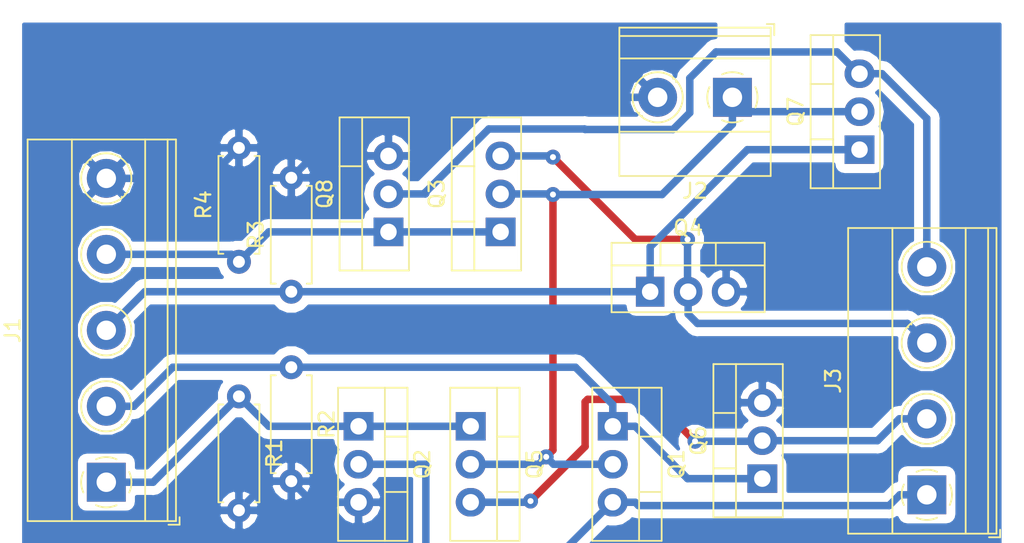
<source format=kicad_pcb>
(kicad_pcb (version 20171130) (host pcbnew "(5.0.2)-1")

  (general
    (thickness 1.6)
    (drawings 0)
    (tracks 126)
    (zones 0)
    (modules 15)
    (nets 11)
  )

  (page A4)
  (layers
    (0 F.Cu signal)
    (31 B.Cu signal hide)
    (32 B.Adhes user)
    (33 F.Adhes user)
    (34 B.Paste user)
    (35 F.Paste user)
    (36 B.SilkS user)
    (37 F.SilkS user)
    (38 B.Mask user)
    (39 F.Mask user)
    (40 Dwgs.User user)
    (41 Cmts.User user)
    (42 Eco1.User user)
    (43 Eco2.User user)
    (44 Edge.Cuts user)
    (45 Margin user)
    (46 B.CrtYd user)
    (47 F.CrtYd user)
    (48 B.Fab user)
    (49 F.Fab user)
  )

  (setup
    (last_trace_width 0.5)
    (trace_clearance 0.6)
    (zone_clearance 0.508)
    (zone_45_only no)
    (trace_min 0.2)
    (segment_width 0.2)
    (edge_width 0.15)
    (via_size 1)
    (via_drill 0.4)
    (via_min_size 0.4)
    (via_min_drill 0.3)
    (uvia_size 0.3)
    (uvia_drill 0.1)
    (uvias_allowed no)
    (uvia_min_size 0.2)
    (uvia_min_drill 0.1)
    (pcb_text_width 0.3)
    (pcb_text_size 1.5 1.5)
    (mod_edge_width 0.15)
    (mod_text_size 1 1)
    (mod_text_width 0.15)
    (pad_size 1.524 1.524)
    (pad_drill 0.762)
    (pad_to_mask_clearance 0.051)
    (solder_mask_min_width 0.25)
    (aux_axis_origin 0 0)
    (visible_elements FFFFFF7F)
    (pcbplotparams
      (layerselection 0x010fc_ffffffff)
      (usegerberextensions false)
      (usegerberattributes false)
      (usegerberadvancedattributes false)
      (creategerberjobfile false)
      (excludeedgelayer true)
      (linewidth 0.100000)
      (plotframeref false)
      (viasonmask false)
      (mode 1)
      (useauxorigin false)
      (hpglpennumber 1)
      (hpglpenspeed 20)
      (hpglpendiameter 15.000000)
      (psnegative false)
      (psa4output false)
      (plotreference true)
      (plotvalue true)
      (plotinvisibletext false)
      (padsonsilk false)
      (subtractmaskfromsilk false)
      (outputformat 1)
      (mirror false)
      (drillshape 1)
      (scaleselection 1)
      (outputdirectory ""))
  )

  (net 0 "")
  (net 1 /IN_1_A)
  (net 2 /IN_1_B)
  (net 3 /IN_2_A)
  (net 4 /IN_2_B)
  (net 5 GND)
  (net 6 VCC)
  (net 7 /M1_A)
  (net 8 /M1_B)
  (net 9 /M2_A)
  (net 10 /M2_B)

  (net_class Default "This is the default net class."
    (clearance 0.6)
    (trace_width 0.5)
    (via_dia 1)
    (via_drill 0.4)
    (uvia_dia 0.3)
    (uvia_drill 0.1)
    (add_net /IN_1_A)
    (add_net /IN_1_B)
    (add_net /IN_2_A)
    (add_net /IN_2_B)
    (add_net /M1_A)
    (add_net /M1_B)
    (add_net /M2_A)
    (add_net /M2_B)
    (add_net GND)
    (add_net VCC)
  )

  (module TerminalBlock_Phoenix:TerminalBlock_Phoenix_MKDS-1,5-5-5.08_1x05_P5.08mm_Horizontal (layer F.Cu) (tedit 5B294EBD) (tstamp 5C24AC2A)
    (at 61.63 81.24 90)
    (descr "Terminal Block Phoenix MKDS-1,5-5-5.08, 5 pins, pitch 5.08mm, size 25.4x9.8mm^2, drill diamater 1.3mm, pad diameter 2.6mm, see http://www.farnell.com/datasheets/100425.pdf, script-generated using https://github.com/pointhi/kicad-footprint-generator/scripts/TerminalBlock_Phoenix")
    (tags "THT Terminal Block Phoenix MKDS-1,5-5-5.08 pitch 5.08mm size 25.4x9.8mm^2 drill 1.3mm pad 2.6mm")
    (path /5C1832A3)
    (fp_text reference J1 (at 10.16 -6.26 90) (layer F.SilkS)
      (effects (font (size 1 1) (thickness 0.15)))
    )
    (fp_text value Conn_01x05_Male (at 10.16 5.66 90) (layer F.Fab)
      (effects (font (size 1 1) (thickness 0.15)))
    )
    (fp_arc (start 0 0) (end 0 1.68) (angle -24) (layer F.SilkS) (width 0.12))
    (fp_arc (start 0 0) (end 1.535 0.684) (angle -48) (layer F.SilkS) (width 0.12))
    (fp_arc (start 0 0) (end 0.684 -1.535) (angle -48) (layer F.SilkS) (width 0.12))
    (fp_arc (start 0 0) (end -1.535 -0.684) (angle -48) (layer F.SilkS) (width 0.12))
    (fp_arc (start 0 0) (end -0.684 1.535) (angle -25) (layer F.SilkS) (width 0.12))
    (fp_circle (center 0 0) (end 1.5 0) (layer F.Fab) (width 0.1))
    (fp_circle (center 5.08 0) (end 6.58 0) (layer F.Fab) (width 0.1))
    (fp_circle (center 5.08 0) (end 6.76 0) (layer F.SilkS) (width 0.12))
    (fp_circle (center 10.16 0) (end 11.66 0) (layer F.Fab) (width 0.1))
    (fp_circle (center 10.16 0) (end 11.84 0) (layer F.SilkS) (width 0.12))
    (fp_circle (center 15.24 0) (end 16.74 0) (layer F.Fab) (width 0.1))
    (fp_circle (center 15.24 0) (end 16.92 0) (layer F.SilkS) (width 0.12))
    (fp_circle (center 20.32 0) (end 21.82 0) (layer F.Fab) (width 0.1))
    (fp_circle (center 20.32 0) (end 22 0) (layer F.SilkS) (width 0.12))
    (fp_line (start -2.54 -5.2) (end 22.86 -5.2) (layer F.Fab) (width 0.1))
    (fp_line (start 22.86 -5.2) (end 22.86 4.6) (layer F.Fab) (width 0.1))
    (fp_line (start 22.86 4.6) (end -2.04 4.6) (layer F.Fab) (width 0.1))
    (fp_line (start -2.04 4.6) (end -2.54 4.1) (layer F.Fab) (width 0.1))
    (fp_line (start -2.54 4.1) (end -2.54 -5.2) (layer F.Fab) (width 0.1))
    (fp_line (start -2.54 4.1) (end 22.86 4.1) (layer F.Fab) (width 0.1))
    (fp_line (start -2.6 4.1) (end 22.92 4.1) (layer F.SilkS) (width 0.12))
    (fp_line (start -2.54 2.6) (end 22.86 2.6) (layer F.Fab) (width 0.1))
    (fp_line (start -2.6 2.6) (end 22.92 2.6) (layer F.SilkS) (width 0.12))
    (fp_line (start -2.54 -2.3) (end 22.86 -2.3) (layer F.Fab) (width 0.1))
    (fp_line (start -2.6 -2.301) (end 22.92 -2.301) (layer F.SilkS) (width 0.12))
    (fp_line (start -2.6 -5.261) (end 22.92 -5.261) (layer F.SilkS) (width 0.12))
    (fp_line (start -2.6 4.66) (end 22.92 4.66) (layer F.SilkS) (width 0.12))
    (fp_line (start -2.6 -5.261) (end -2.6 4.66) (layer F.SilkS) (width 0.12))
    (fp_line (start 22.92 -5.261) (end 22.92 4.66) (layer F.SilkS) (width 0.12))
    (fp_line (start 1.138 -0.955) (end -0.955 1.138) (layer F.Fab) (width 0.1))
    (fp_line (start 0.955 -1.138) (end -1.138 0.955) (layer F.Fab) (width 0.1))
    (fp_line (start 6.218 -0.955) (end 4.126 1.138) (layer F.Fab) (width 0.1))
    (fp_line (start 6.035 -1.138) (end 3.943 0.955) (layer F.Fab) (width 0.1))
    (fp_line (start 6.355 -1.069) (end 6.308 -1.023) (layer F.SilkS) (width 0.12))
    (fp_line (start 4.046 1.239) (end 4.011 1.274) (layer F.SilkS) (width 0.12))
    (fp_line (start 6.15 -1.275) (end 6.115 -1.239) (layer F.SilkS) (width 0.12))
    (fp_line (start 3.853 1.023) (end 3.806 1.069) (layer F.SilkS) (width 0.12))
    (fp_line (start 11.298 -0.955) (end 9.206 1.138) (layer F.Fab) (width 0.1))
    (fp_line (start 11.115 -1.138) (end 9.023 0.955) (layer F.Fab) (width 0.1))
    (fp_line (start 11.435 -1.069) (end 11.388 -1.023) (layer F.SilkS) (width 0.12))
    (fp_line (start 9.126 1.239) (end 9.091 1.274) (layer F.SilkS) (width 0.12))
    (fp_line (start 11.23 -1.275) (end 11.195 -1.239) (layer F.SilkS) (width 0.12))
    (fp_line (start 8.933 1.023) (end 8.886 1.069) (layer F.SilkS) (width 0.12))
    (fp_line (start 16.378 -0.955) (end 14.286 1.138) (layer F.Fab) (width 0.1))
    (fp_line (start 16.195 -1.138) (end 14.103 0.955) (layer F.Fab) (width 0.1))
    (fp_line (start 16.515 -1.069) (end 16.468 -1.023) (layer F.SilkS) (width 0.12))
    (fp_line (start 14.206 1.239) (end 14.171 1.274) (layer F.SilkS) (width 0.12))
    (fp_line (start 16.31 -1.275) (end 16.275 -1.239) (layer F.SilkS) (width 0.12))
    (fp_line (start 14.013 1.023) (end 13.966 1.069) (layer F.SilkS) (width 0.12))
    (fp_line (start 21.458 -0.955) (end 19.366 1.138) (layer F.Fab) (width 0.1))
    (fp_line (start 21.275 -1.138) (end 19.183 0.955) (layer F.Fab) (width 0.1))
    (fp_line (start 21.595 -1.069) (end 21.548 -1.023) (layer F.SilkS) (width 0.12))
    (fp_line (start 19.286 1.239) (end 19.251 1.274) (layer F.SilkS) (width 0.12))
    (fp_line (start 21.39 -1.275) (end 21.355 -1.239) (layer F.SilkS) (width 0.12))
    (fp_line (start 19.093 1.023) (end 19.046 1.069) (layer F.SilkS) (width 0.12))
    (fp_line (start -2.84 4.16) (end -2.84 4.9) (layer F.SilkS) (width 0.12))
    (fp_line (start -2.84 4.9) (end -2.34 4.9) (layer F.SilkS) (width 0.12))
    (fp_line (start -3.04 -5.71) (end -3.04 5.1) (layer F.CrtYd) (width 0.05))
    (fp_line (start -3.04 5.1) (end 23.36 5.1) (layer F.CrtYd) (width 0.05))
    (fp_line (start 23.36 5.1) (end 23.36 -5.71) (layer F.CrtYd) (width 0.05))
    (fp_line (start 23.36 -5.71) (end -3.04 -5.71) (layer F.CrtYd) (width 0.05))
    (fp_text user %R (at 10.16 3.2 90) (layer F.Fab)
      (effects (font (size 1 1) (thickness 0.15)))
    )
    (pad 1 thru_hole rect (at 0 0 90) (size 2.6 2.6) (drill 1.3) (layers *.Cu *.Mask)
      (net 1 /IN_1_A))
    (pad 2 thru_hole circle (at 5.08 0 90) (size 2.6 2.6) (drill 1.3) (layers *.Cu *.Mask)
      (net 2 /IN_1_B))
    (pad 3 thru_hole circle (at 10.16 0 90) (size 2.6 2.6) (drill 1.3) (layers *.Cu *.Mask)
      (net 3 /IN_2_A))
    (pad 4 thru_hole circle (at 15.24 0 90) (size 2.6 2.6) (drill 1.3) (layers *.Cu *.Mask)
      (net 4 /IN_2_B))
    (pad 5 thru_hole circle (at 20.32 0 90) (size 2.6 2.6) (drill 1.3) (layers *.Cu *.Mask)
      (net 5 GND))
    (model ${KISYS3DMOD}/TerminalBlock_Phoenix.3dshapes/TerminalBlock_Phoenix_MKDS-1,5-5-5.08_1x05_P5.08mm_Horizontal.wrl
      (at (xyz 0 0 0))
      (scale (xyz 1 1 1))
      (rotate (xyz 0 0 0))
    )
  )

  (module TerminalBlock_Phoenix:TerminalBlock_Phoenix_MKDS-1,5-2_1x02_P5.00mm_Horizontal (layer F.Cu) (tedit 5B294EE5) (tstamp 5C24AC56)
    (at 103.5 55.5 180)
    (descr "Terminal Block Phoenix MKDS-1,5-2, 2 pins, pitch 5mm, size 10x9.8mm^2, drill diamater 1.3mm, pad diameter 2.6mm, see http://www.farnell.com/datasheets/100425.pdf, script-generated using https://github.com/pointhi/kicad-footprint-generator/scripts/TerminalBlock_Phoenix")
    (tags "THT Terminal Block Phoenix MKDS-1,5-2 pitch 5mm size 10x9.8mm^2 drill 1.3mm pad 2.6mm")
    (path /5C1833A9)
    (fp_text reference J2 (at 2.5 -6.26 180) (layer F.SilkS)
      (effects (font (size 1 1) (thickness 0.15)))
    )
    (fp_text value Conn_01x02_Male (at 2.5 5.66 180) (layer F.Fab)
      (effects (font (size 1 1) (thickness 0.15)))
    )
    (fp_arc (start 0 0) (end 0 1.68) (angle -24) (layer F.SilkS) (width 0.12))
    (fp_arc (start 0 0) (end 1.535 0.684) (angle -48) (layer F.SilkS) (width 0.12))
    (fp_arc (start 0 0) (end 0.684 -1.535) (angle -48) (layer F.SilkS) (width 0.12))
    (fp_arc (start 0 0) (end -1.535 -0.684) (angle -48) (layer F.SilkS) (width 0.12))
    (fp_arc (start 0 0) (end -0.684 1.535) (angle -25) (layer F.SilkS) (width 0.12))
    (fp_circle (center 0 0) (end 1.5 0) (layer F.Fab) (width 0.1))
    (fp_circle (center 5 0) (end 6.5 0) (layer F.Fab) (width 0.1))
    (fp_circle (center 5 0) (end 6.68 0) (layer F.SilkS) (width 0.12))
    (fp_line (start -2.5 -5.2) (end 7.5 -5.2) (layer F.Fab) (width 0.1))
    (fp_line (start 7.5 -5.2) (end 7.5 4.6) (layer F.Fab) (width 0.1))
    (fp_line (start 7.5 4.6) (end -2 4.6) (layer F.Fab) (width 0.1))
    (fp_line (start -2 4.6) (end -2.5 4.1) (layer F.Fab) (width 0.1))
    (fp_line (start -2.5 4.1) (end -2.5 -5.2) (layer F.Fab) (width 0.1))
    (fp_line (start -2.5 4.1) (end 7.5 4.1) (layer F.Fab) (width 0.1))
    (fp_line (start -2.56 4.1) (end 7.56 4.1) (layer F.SilkS) (width 0.12))
    (fp_line (start -2.5 2.6) (end 7.5 2.6) (layer F.Fab) (width 0.1))
    (fp_line (start -2.56 2.6) (end 7.56 2.6) (layer F.SilkS) (width 0.12))
    (fp_line (start -2.5 -2.3) (end 7.5 -2.3) (layer F.Fab) (width 0.1))
    (fp_line (start -2.56 -2.301) (end 7.56 -2.301) (layer F.SilkS) (width 0.12))
    (fp_line (start -2.56 -5.261) (end 7.56 -5.261) (layer F.SilkS) (width 0.12))
    (fp_line (start -2.56 4.66) (end 7.56 4.66) (layer F.SilkS) (width 0.12))
    (fp_line (start -2.56 -5.261) (end -2.56 4.66) (layer F.SilkS) (width 0.12))
    (fp_line (start 7.56 -5.261) (end 7.56 4.66) (layer F.SilkS) (width 0.12))
    (fp_line (start 1.138 -0.955) (end -0.955 1.138) (layer F.Fab) (width 0.1))
    (fp_line (start 0.955 -1.138) (end -1.138 0.955) (layer F.Fab) (width 0.1))
    (fp_line (start 6.138 -0.955) (end 4.046 1.138) (layer F.Fab) (width 0.1))
    (fp_line (start 5.955 -1.138) (end 3.863 0.955) (layer F.Fab) (width 0.1))
    (fp_line (start 6.275 -1.069) (end 6.228 -1.023) (layer F.SilkS) (width 0.12))
    (fp_line (start 3.966 1.239) (end 3.931 1.274) (layer F.SilkS) (width 0.12))
    (fp_line (start 6.07 -1.275) (end 6.035 -1.239) (layer F.SilkS) (width 0.12))
    (fp_line (start 3.773 1.023) (end 3.726 1.069) (layer F.SilkS) (width 0.12))
    (fp_line (start -2.8 4.16) (end -2.8 4.9) (layer F.SilkS) (width 0.12))
    (fp_line (start -2.8 4.9) (end -2.3 4.9) (layer F.SilkS) (width 0.12))
    (fp_line (start -3 -5.71) (end -3 5.1) (layer F.CrtYd) (width 0.05))
    (fp_line (start -3 5.1) (end 8 5.1) (layer F.CrtYd) (width 0.05))
    (fp_line (start 8 5.1) (end 8 -5.71) (layer F.CrtYd) (width 0.05))
    (fp_line (start 8 -5.71) (end -3 -5.71) (layer F.CrtYd) (width 0.05))
    (fp_text user %R (at 2.5 3.2 180) (layer F.Fab)
      (effects (font (size 1 1) (thickness 0.15)))
    )
    (pad 1 thru_hole rect (at 0 0 180) (size 2.6 2.6) (drill 1.3) (layers *.Cu *.Mask)
      (net 6 VCC))
    (pad 2 thru_hole circle (at 5 0 180) (size 2.6 2.6) (drill 1.3) (layers *.Cu *.Mask)
      (net 5 GND))
    (model ${KISYS3DMOD}/TerminalBlock_Phoenix.3dshapes/TerminalBlock_Phoenix_MKDS-1,5-2_1x02_P5.00mm_Horizontal.wrl
      (at (xyz 0 0 0))
      (scale (xyz 1 1 1))
      (rotate (xyz 0 0 0))
    )
  )

  (module TerminalBlock_Phoenix:TerminalBlock_Phoenix_MKDS-1,5-4-5.08_1x04_P5.08mm_Horizontal (layer F.Cu) (tedit 5B294EBC) (tstamp 5C24AC94)
    (at 116.5 82.08 90)
    (descr "Terminal Block Phoenix MKDS-1,5-4-5.08, 4 pins, pitch 5.08mm, size 20.3x9.8mm^2, drill diamater 1.3mm, pad diameter 2.6mm, see http://www.farnell.com/datasheets/100425.pdf, script-generated using https://github.com/pointhi/kicad-footprint-generator/scripts/TerminalBlock_Phoenix")
    (tags "THT Terminal Block Phoenix MKDS-1,5-4-5.08 pitch 5.08mm size 20.3x9.8mm^2 drill 1.3mm pad 2.6mm")
    (path /5C18190B)
    (fp_text reference J3 (at 7.62 -6.26 90) (layer F.SilkS)
      (effects (font (size 1 1) (thickness 0.15)))
    )
    (fp_text value Conn_01x04_Male (at 7.62 5.66 90) (layer F.Fab)
      (effects (font (size 1 1) (thickness 0.15)))
    )
    (fp_arc (start 0 0) (end 0 1.68) (angle -24) (layer F.SilkS) (width 0.12))
    (fp_arc (start 0 0) (end 1.535 0.684) (angle -48) (layer F.SilkS) (width 0.12))
    (fp_arc (start 0 0) (end 0.684 -1.535) (angle -48) (layer F.SilkS) (width 0.12))
    (fp_arc (start 0 0) (end -1.535 -0.684) (angle -48) (layer F.SilkS) (width 0.12))
    (fp_arc (start 0 0) (end -0.684 1.535) (angle -25) (layer F.SilkS) (width 0.12))
    (fp_circle (center 0 0) (end 1.5 0) (layer F.Fab) (width 0.1))
    (fp_circle (center 5.08 0) (end 6.58 0) (layer F.Fab) (width 0.1))
    (fp_circle (center 5.08 0) (end 6.76 0) (layer F.SilkS) (width 0.12))
    (fp_circle (center 10.16 0) (end 11.66 0) (layer F.Fab) (width 0.1))
    (fp_circle (center 10.16 0) (end 11.84 0) (layer F.SilkS) (width 0.12))
    (fp_circle (center 15.24 0) (end 16.74 0) (layer F.Fab) (width 0.1))
    (fp_circle (center 15.24 0) (end 16.92 0) (layer F.SilkS) (width 0.12))
    (fp_line (start -2.54 -5.2) (end 17.78 -5.2) (layer F.Fab) (width 0.1))
    (fp_line (start 17.78 -5.2) (end 17.78 4.6) (layer F.Fab) (width 0.1))
    (fp_line (start 17.78 4.6) (end -2.04 4.6) (layer F.Fab) (width 0.1))
    (fp_line (start -2.04 4.6) (end -2.54 4.1) (layer F.Fab) (width 0.1))
    (fp_line (start -2.54 4.1) (end -2.54 -5.2) (layer F.Fab) (width 0.1))
    (fp_line (start -2.54 4.1) (end 17.78 4.1) (layer F.Fab) (width 0.1))
    (fp_line (start -2.6 4.1) (end 17.84 4.1) (layer F.SilkS) (width 0.12))
    (fp_line (start -2.54 2.6) (end 17.78 2.6) (layer F.Fab) (width 0.1))
    (fp_line (start -2.6 2.6) (end 17.84 2.6) (layer F.SilkS) (width 0.12))
    (fp_line (start -2.54 -2.3) (end 17.78 -2.3) (layer F.Fab) (width 0.1))
    (fp_line (start -2.6 -2.301) (end 17.84 -2.301) (layer F.SilkS) (width 0.12))
    (fp_line (start -2.6 -5.261) (end 17.84 -5.261) (layer F.SilkS) (width 0.12))
    (fp_line (start -2.6 4.66) (end 17.84 4.66) (layer F.SilkS) (width 0.12))
    (fp_line (start -2.6 -5.261) (end -2.6 4.66) (layer F.SilkS) (width 0.12))
    (fp_line (start 17.84 -5.261) (end 17.84 4.66) (layer F.SilkS) (width 0.12))
    (fp_line (start 1.138 -0.955) (end -0.955 1.138) (layer F.Fab) (width 0.1))
    (fp_line (start 0.955 -1.138) (end -1.138 0.955) (layer F.Fab) (width 0.1))
    (fp_line (start 6.218 -0.955) (end 4.126 1.138) (layer F.Fab) (width 0.1))
    (fp_line (start 6.035 -1.138) (end 3.943 0.955) (layer F.Fab) (width 0.1))
    (fp_line (start 6.355 -1.069) (end 6.308 -1.023) (layer F.SilkS) (width 0.12))
    (fp_line (start 4.046 1.239) (end 4.011 1.274) (layer F.SilkS) (width 0.12))
    (fp_line (start 6.15 -1.275) (end 6.115 -1.239) (layer F.SilkS) (width 0.12))
    (fp_line (start 3.853 1.023) (end 3.806 1.069) (layer F.SilkS) (width 0.12))
    (fp_line (start 11.298 -0.955) (end 9.206 1.138) (layer F.Fab) (width 0.1))
    (fp_line (start 11.115 -1.138) (end 9.023 0.955) (layer F.Fab) (width 0.1))
    (fp_line (start 11.435 -1.069) (end 11.388 -1.023) (layer F.SilkS) (width 0.12))
    (fp_line (start 9.126 1.239) (end 9.091 1.274) (layer F.SilkS) (width 0.12))
    (fp_line (start 11.23 -1.275) (end 11.195 -1.239) (layer F.SilkS) (width 0.12))
    (fp_line (start 8.933 1.023) (end 8.886 1.069) (layer F.SilkS) (width 0.12))
    (fp_line (start 16.378 -0.955) (end 14.286 1.138) (layer F.Fab) (width 0.1))
    (fp_line (start 16.195 -1.138) (end 14.103 0.955) (layer F.Fab) (width 0.1))
    (fp_line (start 16.515 -1.069) (end 16.468 -1.023) (layer F.SilkS) (width 0.12))
    (fp_line (start 14.206 1.239) (end 14.171 1.274) (layer F.SilkS) (width 0.12))
    (fp_line (start 16.31 -1.275) (end 16.275 -1.239) (layer F.SilkS) (width 0.12))
    (fp_line (start 14.013 1.023) (end 13.966 1.069) (layer F.SilkS) (width 0.12))
    (fp_line (start -2.84 4.16) (end -2.84 4.9) (layer F.SilkS) (width 0.12))
    (fp_line (start -2.84 4.9) (end -2.34 4.9) (layer F.SilkS) (width 0.12))
    (fp_line (start -3.04 -5.71) (end -3.04 5.1) (layer F.CrtYd) (width 0.05))
    (fp_line (start -3.04 5.1) (end 18.28 5.1) (layer F.CrtYd) (width 0.05))
    (fp_line (start 18.28 5.1) (end 18.28 -5.71) (layer F.CrtYd) (width 0.05))
    (fp_line (start 18.28 -5.71) (end -3.04 -5.71) (layer F.CrtYd) (width 0.05))
    (fp_text user %R (at 7.62 3.2 90) (layer F.Fab)
      (effects (font (size 1 1) (thickness 0.15)))
    )
    (pad 1 thru_hole rect (at 0 0 90) (size 2.6 2.6) (drill 1.3) (layers *.Cu *.Mask)
      (net 7 /M1_A))
    (pad 2 thru_hole circle (at 5.08 0 90) (size 2.6 2.6) (drill 1.3) (layers *.Cu *.Mask)
      (net 8 /M1_B))
    (pad 3 thru_hole circle (at 10.16 0 90) (size 2.6 2.6) (drill 1.3) (layers *.Cu *.Mask)
      (net 9 /M2_A))
    (pad 4 thru_hole circle (at 15.24 0 90) (size 2.6 2.6) (drill 1.3) (layers *.Cu *.Mask)
      (net 10 /M2_B))
    (model ${KISYS3DMOD}/TerminalBlock_Phoenix.3dshapes/TerminalBlock_Phoenix_MKDS-1,5-4-5.08_1x04_P5.08mm_Horizontal.wrl
      (at (xyz 0 0 0))
      (scale (xyz 1 1 1))
      (rotate (xyz 0 0 0))
    )
  )

  (module Package_TO_SOT_THT:TO-220-3_Vertical (layer F.Cu) (tedit 5AC8BA0D) (tstamp 5C24ACAE)
    (at 95.5 77.5 270)
    (descr "TO-220-3, Vertical, RM 2.54mm, see https://www.vishay.com/docs/66542/to-220-1.pdf")
    (tags "TO-220-3 Vertical RM 2.54mm")
    (path /5C18153B)
    (fp_text reference Q1 (at 2.54 -4.27 270) (layer F.SilkS)
      (effects (font (size 1 1) (thickness 0.15)))
    )
    (fp_text value Q_NMOS_GDS (at 2.54 2.5 270) (layer F.Fab)
      (effects (font (size 1 1) (thickness 0.15)))
    )
    (fp_line (start -2.46 -3.15) (end -2.46 1.25) (layer F.Fab) (width 0.1))
    (fp_line (start -2.46 1.25) (end 7.54 1.25) (layer F.Fab) (width 0.1))
    (fp_line (start 7.54 1.25) (end 7.54 -3.15) (layer F.Fab) (width 0.1))
    (fp_line (start 7.54 -3.15) (end -2.46 -3.15) (layer F.Fab) (width 0.1))
    (fp_line (start -2.46 -1.88) (end 7.54 -1.88) (layer F.Fab) (width 0.1))
    (fp_line (start 0.69 -3.15) (end 0.69 -1.88) (layer F.Fab) (width 0.1))
    (fp_line (start 4.39 -3.15) (end 4.39 -1.88) (layer F.Fab) (width 0.1))
    (fp_line (start -2.58 -3.27) (end 7.66 -3.27) (layer F.SilkS) (width 0.12))
    (fp_line (start -2.58 1.371) (end 7.66 1.371) (layer F.SilkS) (width 0.12))
    (fp_line (start -2.58 -3.27) (end -2.58 1.371) (layer F.SilkS) (width 0.12))
    (fp_line (start 7.66 -3.27) (end 7.66 1.371) (layer F.SilkS) (width 0.12))
    (fp_line (start -2.58 -1.76) (end 7.66 -1.76) (layer F.SilkS) (width 0.12))
    (fp_line (start 0.69 -3.27) (end 0.69 -1.76) (layer F.SilkS) (width 0.12))
    (fp_line (start 4.391 -3.27) (end 4.391 -1.76) (layer F.SilkS) (width 0.12))
    (fp_line (start -2.71 -3.4) (end -2.71 1.51) (layer F.CrtYd) (width 0.05))
    (fp_line (start -2.71 1.51) (end 7.79 1.51) (layer F.CrtYd) (width 0.05))
    (fp_line (start 7.79 1.51) (end 7.79 -3.4) (layer F.CrtYd) (width 0.05))
    (fp_line (start 7.79 -3.4) (end -2.71 -3.4) (layer F.CrtYd) (width 0.05))
    (fp_text user %R (at 2.54 -4.27 270) (layer F.Fab)
      (effects (font (size 1 1) (thickness 0.15)))
    )
    (pad 1 thru_hole rect (at 0 0 270) (size 1.905 2) (drill 1.1) (layers *.Cu *.Mask)
      (net 2 /IN_1_B))
    (pad 2 thru_hole oval (at 2.54 0 270) (size 1.905 2) (drill 1.1) (layers *.Cu *.Mask)
      (net 6 VCC))
    (pad 3 thru_hole oval (at 5.08 0 270) (size 1.905 2) (drill 1.1) (layers *.Cu *.Mask)
      (net 7 /M1_A))
    (model ${KISYS3DMOD}/Package_TO_SOT_THT.3dshapes/TO-220-3_Vertical.wrl
      (at (xyz 0 0 0))
      (scale (xyz 1 1 1))
      (rotate (xyz 0 0 0))
    )
  )

  (module Package_TO_SOT_THT:TO-220-3_Vertical (layer F.Cu) (tedit 5AC8BA0D) (tstamp 5C24ACC8)
    (at 78.5 77.5 270)
    (descr "TO-220-3, Vertical, RM 2.54mm, see https://www.vishay.com/docs/66542/to-220-1.pdf")
    (tags "TO-220-3 Vertical RM 2.54mm")
    (path /5C1815D3)
    (fp_text reference Q2 (at 2.54 -4.27 270) (layer F.SilkS)
      (effects (font (size 1 1) (thickness 0.15)))
    )
    (fp_text value Q_NMOS_GDS (at 2.54 2.5 270) (layer F.Fab)
      (effects (font (size 1 1) (thickness 0.15)))
    )
    (fp_text user %R (at 2.54 -4.27 270) (layer F.Fab)
      (effects (font (size 1 1) (thickness 0.15)))
    )
    (fp_line (start 7.79 -3.4) (end -2.71 -3.4) (layer F.CrtYd) (width 0.05))
    (fp_line (start 7.79 1.51) (end 7.79 -3.4) (layer F.CrtYd) (width 0.05))
    (fp_line (start -2.71 1.51) (end 7.79 1.51) (layer F.CrtYd) (width 0.05))
    (fp_line (start -2.71 -3.4) (end -2.71 1.51) (layer F.CrtYd) (width 0.05))
    (fp_line (start 4.391 -3.27) (end 4.391 -1.76) (layer F.SilkS) (width 0.12))
    (fp_line (start 0.69 -3.27) (end 0.69 -1.76) (layer F.SilkS) (width 0.12))
    (fp_line (start -2.58 -1.76) (end 7.66 -1.76) (layer F.SilkS) (width 0.12))
    (fp_line (start 7.66 -3.27) (end 7.66 1.371) (layer F.SilkS) (width 0.12))
    (fp_line (start -2.58 -3.27) (end -2.58 1.371) (layer F.SilkS) (width 0.12))
    (fp_line (start -2.58 1.371) (end 7.66 1.371) (layer F.SilkS) (width 0.12))
    (fp_line (start -2.58 -3.27) (end 7.66 -3.27) (layer F.SilkS) (width 0.12))
    (fp_line (start 4.39 -3.15) (end 4.39 -1.88) (layer F.Fab) (width 0.1))
    (fp_line (start 0.69 -3.15) (end 0.69 -1.88) (layer F.Fab) (width 0.1))
    (fp_line (start -2.46 -1.88) (end 7.54 -1.88) (layer F.Fab) (width 0.1))
    (fp_line (start 7.54 -3.15) (end -2.46 -3.15) (layer F.Fab) (width 0.1))
    (fp_line (start 7.54 1.25) (end 7.54 -3.15) (layer F.Fab) (width 0.1))
    (fp_line (start -2.46 1.25) (end 7.54 1.25) (layer F.Fab) (width 0.1))
    (fp_line (start -2.46 -3.15) (end -2.46 1.25) (layer F.Fab) (width 0.1))
    (pad 3 thru_hole oval (at 5.08 0 270) (size 1.905 2) (drill 1.1) (layers *.Cu *.Mask)
      (net 5 GND))
    (pad 2 thru_hole oval (at 2.54 0 270) (size 1.905 2) (drill 1.1) (layers *.Cu *.Mask)
      (net 7 /M1_A))
    (pad 1 thru_hole rect (at 0 0 270) (size 1.905 2) (drill 1.1) (layers *.Cu *.Mask)
      (net 1 /IN_1_A))
    (model ${KISYS3DMOD}/Package_TO_SOT_THT.3dshapes/TO-220-3_Vertical.wrl
      (at (xyz 0 0 0))
      (scale (xyz 1 1 1))
      (rotate (xyz 0 0 0))
    )
  )

  (module Package_TO_SOT_THT:TO-220-3_Vertical (layer F.Cu) (tedit 5AC8BA0D) (tstamp 5C24ACE2)
    (at 88 64.5 90)
    (descr "TO-220-3, Vertical, RM 2.54mm, see https://www.vishay.com/docs/66542/to-220-1.pdf")
    (tags "TO-220-3 Vertical RM 2.54mm")
    (path /5C181EA5)
    (fp_text reference Q3 (at 2.54 -4.27 90) (layer F.SilkS)
      (effects (font (size 1 1) (thickness 0.15)))
    )
    (fp_text value Q_NMOS_GDS (at 2.54 2.5 90) (layer F.Fab)
      (effects (font (size 1 1) (thickness 0.15)))
    )
    (fp_line (start -2.46 -3.15) (end -2.46 1.25) (layer F.Fab) (width 0.1))
    (fp_line (start -2.46 1.25) (end 7.54 1.25) (layer F.Fab) (width 0.1))
    (fp_line (start 7.54 1.25) (end 7.54 -3.15) (layer F.Fab) (width 0.1))
    (fp_line (start 7.54 -3.15) (end -2.46 -3.15) (layer F.Fab) (width 0.1))
    (fp_line (start -2.46 -1.88) (end 7.54 -1.88) (layer F.Fab) (width 0.1))
    (fp_line (start 0.69 -3.15) (end 0.69 -1.88) (layer F.Fab) (width 0.1))
    (fp_line (start 4.39 -3.15) (end 4.39 -1.88) (layer F.Fab) (width 0.1))
    (fp_line (start -2.58 -3.27) (end 7.66 -3.27) (layer F.SilkS) (width 0.12))
    (fp_line (start -2.58 1.371) (end 7.66 1.371) (layer F.SilkS) (width 0.12))
    (fp_line (start -2.58 -3.27) (end -2.58 1.371) (layer F.SilkS) (width 0.12))
    (fp_line (start 7.66 -3.27) (end 7.66 1.371) (layer F.SilkS) (width 0.12))
    (fp_line (start -2.58 -1.76) (end 7.66 -1.76) (layer F.SilkS) (width 0.12))
    (fp_line (start 0.69 -3.27) (end 0.69 -1.76) (layer F.SilkS) (width 0.12))
    (fp_line (start 4.391 -3.27) (end 4.391 -1.76) (layer F.SilkS) (width 0.12))
    (fp_line (start -2.71 -3.4) (end -2.71 1.51) (layer F.CrtYd) (width 0.05))
    (fp_line (start -2.71 1.51) (end 7.79 1.51) (layer F.CrtYd) (width 0.05))
    (fp_line (start 7.79 1.51) (end 7.79 -3.4) (layer F.CrtYd) (width 0.05))
    (fp_line (start 7.79 -3.4) (end -2.71 -3.4) (layer F.CrtYd) (width 0.05))
    (fp_text user %R (at 2.54 -4.27 90) (layer F.Fab)
      (effects (font (size 1 1) (thickness 0.15)))
    )
    (pad 1 thru_hole rect (at 0 0 90) (size 1.905 2) (drill 1.1) (layers *.Cu *.Mask)
      (net 4 /IN_2_B))
    (pad 2 thru_hole oval (at 2.54 0 90) (size 1.905 2) (drill 1.1) (layers *.Cu *.Mask)
      (net 6 VCC))
    (pad 3 thru_hole oval (at 5.08 0 90) (size 1.905 2) (drill 1.1) (layers *.Cu *.Mask)
      (net 9 /M2_A))
    (model ${KISYS3DMOD}/Package_TO_SOT_THT.3dshapes/TO-220-3_Vertical.wrl
      (at (xyz 0 0 0))
      (scale (xyz 1 1 1))
      (rotate (xyz 0 0 0))
    )
  )

  (module Package_TO_SOT_THT:TO-220-3_Vertical (layer F.Cu) (tedit 5AC8BA0D) (tstamp 5C24ACFC)
    (at 98 68.5)
    (descr "TO-220-3, Vertical, RM 2.54mm, see https://www.vishay.com/docs/66542/to-220-1.pdf")
    (tags "TO-220-3 Vertical RM 2.54mm")
    (path /5C181EAB)
    (fp_text reference Q4 (at 2.54 -4.27) (layer F.SilkS)
      (effects (font (size 1 1) (thickness 0.15)))
    )
    (fp_text value Q_NMOS_GDS (at 2.54 2.5) (layer F.Fab)
      (effects (font (size 1 1) (thickness 0.15)))
    )
    (fp_text user %R (at 2.54 -4.27) (layer F.Fab)
      (effects (font (size 1 1) (thickness 0.15)))
    )
    (fp_line (start 7.79 -3.4) (end -2.71 -3.4) (layer F.CrtYd) (width 0.05))
    (fp_line (start 7.79 1.51) (end 7.79 -3.4) (layer F.CrtYd) (width 0.05))
    (fp_line (start -2.71 1.51) (end 7.79 1.51) (layer F.CrtYd) (width 0.05))
    (fp_line (start -2.71 -3.4) (end -2.71 1.51) (layer F.CrtYd) (width 0.05))
    (fp_line (start 4.391 -3.27) (end 4.391 -1.76) (layer F.SilkS) (width 0.12))
    (fp_line (start 0.69 -3.27) (end 0.69 -1.76) (layer F.SilkS) (width 0.12))
    (fp_line (start -2.58 -1.76) (end 7.66 -1.76) (layer F.SilkS) (width 0.12))
    (fp_line (start 7.66 -3.27) (end 7.66 1.371) (layer F.SilkS) (width 0.12))
    (fp_line (start -2.58 -3.27) (end -2.58 1.371) (layer F.SilkS) (width 0.12))
    (fp_line (start -2.58 1.371) (end 7.66 1.371) (layer F.SilkS) (width 0.12))
    (fp_line (start -2.58 -3.27) (end 7.66 -3.27) (layer F.SilkS) (width 0.12))
    (fp_line (start 4.39 -3.15) (end 4.39 -1.88) (layer F.Fab) (width 0.1))
    (fp_line (start 0.69 -3.15) (end 0.69 -1.88) (layer F.Fab) (width 0.1))
    (fp_line (start -2.46 -1.88) (end 7.54 -1.88) (layer F.Fab) (width 0.1))
    (fp_line (start 7.54 -3.15) (end -2.46 -3.15) (layer F.Fab) (width 0.1))
    (fp_line (start 7.54 1.25) (end 7.54 -3.15) (layer F.Fab) (width 0.1))
    (fp_line (start -2.46 1.25) (end 7.54 1.25) (layer F.Fab) (width 0.1))
    (fp_line (start -2.46 -3.15) (end -2.46 1.25) (layer F.Fab) (width 0.1))
    (pad 3 thru_hole oval (at 5.08 0) (size 1.905 2) (drill 1.1) (layers *.Cu *.Mask)
      (net 5 GND))
    (pad 2 thru_hole oval (at 2.54 0) (size 1.905 2) (drill 1.1) (layers *.Cu *.Mask)
      (net 9 /M2_A))
    (pad 1 thru_hole rect (at 0 0) (size 1.905 2) (drill 1.1) (layers *.Cu *.Mask)
      (net 3 /IN_2_A))
    (model ${KISYS3DMOD}/Package_TO_SOT_THT.3dshapes/TO-220-3_Vertical.wrl
      (at (xyz 0 0 0))
      (scale (xyz 1 1 1))
      (rotate (xyz 0 0 0))
    )
  )

  (module Package_TO_SOT_THT:TO-220-3_Vertical (layer F.Cu) (tedit 5AC8BA0D) (tstamp 5C24AD16)
    (at 86 77.5 270)
    (descr "TO-220-3, Vertical, RM 2.54mm, see https://www.vishay.com/docs/66542/to-220-1.pdf")
    (tags "TO-220-3 Vertical RM 2.54mm")
    (path /5C18164D)
    (fp_text reference Q5 (at 2.54 -4.27 270) (layer F.SilkS)
      (effects (font (size 1 1) (thickness 0.15)))
    )
    (fp_text value Q_NMOS_GDS (at 2.54 2.5 270) (layer F.Fab)
      (effects (font (size 1 1) (thickness 0.15)))
    )
    (fp_line (start -2.46 -3.15) (end -2.46 1.25) (layer F.Fab) (width 0.1))
    (fp_line (start -2.46 1.25) (end 7.54 1.25) (layer F.Fab) (width 0.1))
    (fp_line (start 7.54 1.25) (end 7.54 -3.15) (layer F.Fab) (width 0.1))
    (fp_line (start 7.54 -3.15) (end -2.46 -3.15) (layer F.Fab) (width 0.1))
    (fp_line (start -2.46 -1.88) (end 7.54 -1.88) (layer F.Fab) (width 0.1))
    (fp_line (start 0.69 -3.15) (end 0.69 -1.88) (layer F.Fab) (width 0.1))
    (fp_line (start 4.39 -3.15) (end 4.39 -1.88) (layer F.Fab) (width 0.1))
    (fp_line (start -2.58 -3.27) (end 7.66 -3.27) (layer F.SilkS) (width 0.12))
    (fp_line (start -2.58 1.371) (end 7.66 1.371) (layer F.SilkS) (width 0.12))
    (fp_line (start -2.58 -3.27) (end -2.58 1.371) (layer F.SilkS) (width 0.12))
    (fp_line (start 7.66 -3.27) (end 7.66 1.371) (layer F.SilkS) (width 0.12))
    (fp_line (start -2.58 -1.76) (end 7.66 -1.76) (layer F.SilkS) (width 0.12))
    (fp_line (start 0.69 -3.27) (end 0.69 -1.76) (layer F.SilkS) (width 0.12))
    (fp_line (start 4.391 -3.27) (end 4.391 -1.76) (layer F.SilkS) (width 0.12))
    (fp_line (start -2.71 -3.4) (end -2.71 1.51) (layer F.CrtYd) (width 0.05))
    (fp_line (start -2.71 1.51) (end 7.79 1.51) (layer F.CrtYd) (width 0.05))
    (fp_line (start 7.79 1.51) (end 7.79 -3.4) (layer F.CrtYd) (width 0.05))
    (fp_line (start 7.79 -3.4) (end -2.71 -3.4) (layer F.CrtYd) (width 0.05))
    (fp_text user %R (at 2.54 -4.27 270) (layer F.Fab)
      (effects (font (size 1 1) (thickness 0.15)))
    )
    (pad 1 thru_hole rect (at 0 0 270) (size 1.905 2) (drill 1.1) (layers *.Cu *.Mask)
      (net 1 /IN_1_A))
    (pad 2 thru_hole oval (at 2.54 0 270) (size 1.905 2) (drill 1.1) (layers *.Cu *.Mask)
      (net 6 VCC))
    (pad 3 thru_hole oval (at 5.08 0 270) (size 1.905 2) (drill 1.1) (layers *.Cu *.Mask)
      (net 8 /M1_B))
    (model ${KISYS3DMOD}/Package_TO_SOT_THT.3dshapes/TO-220-3_Vertical.wrl
      (at (xyz 0 0 0))
      (scale (xyz 1 1 1))
      (rotate (xyz 0 0 0))
    )
  )

  (module Package_TO_SOT_THT:TO-220-3_Vertical (layer F.Cu) (tedit 5AC8BA0D) (tstamp 5C24AD30)
    (at 105.5 81 90)
    (descr "TO-220-3, Vertical, RM 2.54mm, see https://www.vishay.com/docs/66542/to-220-1.pdf")
    (tags "TO-220-3 Vertical RM 2.54mm")
    (path /5C181653)
    (fp_text reference Q6 (at 2.54 -4.27 90) (layer F.SilkS)
      (effects (font (size 1 1) (thickness 0.15)))
    )
    (fp_text value Q_NMOS_GDS (at 2.54 2.5 90) (layer F.Fab)
      (effects (font (size 1 1) (thickness 0.15)))
    )
    (fp_text user %R (at 2.54 -4.27 90) (layer F.Fab)
      (effects (font (size 1 1) (thickness 0.15)))
    )
    (fp_line (start 7.79 -3.4) (end -2.71 -3.4) (layer F.CrtYd) (width 0.05))
    (fp_line (start 7.79 1.51) (end 7.79 -3.4) (layer F.CrtYd) (width 0.05))
    (fp_line (start -2.71 1.51) (end 7.79 1.51) (layer F.CrtYd) (width 0.05))
    (fp_line (start -2.71 -3.4) (end -2.71 1.51) (layer F.CrtYd) (width 0.05))
    (fp_line (start 4.391 -3.27) (end 4.391 -1.76) (layer F.SilkS) (width 0.12))
    (fp_line (start 0.69 -3.27) (end 0.69 -1.76) (layer F.SilkS) (width 0.12))
    (fp_line (start -2.58 -1.76) (end 7.66 -1.76) (layer F.SilkS) (width 0.12))
    (fp_line (start 7.66 -3.27) (end 7.66 1.371) (layer F.SilkS) (width 0.12))
    (fp_line (start -2.58 -3.27) (end -2.58 1.371) (layer F.SilkS) (width 0.12))
    (fp_line (start -2.58 1.371) (end 7.66 1.371) (layer F.SilkS) (width 0.12))
    (fp_line (start -2.58 -3.27) (end 7.66 -3.27) (layer F.SilkS) (width 0.12))
    (fp_line (start 4.39 -3.15) (end 4.39 -1.88) (layer F.Fab) (width 0.1))
    (fp_line (start 0.69 -3.15) (end 0.69 -1.88) (layer F.Fab) (width 0.1))
    (fp_line (start -2.46 -1.88) (end 7.54 -1.88) (layer F.Fab) (width 0.1))
    (fp_line (start 7.54 -3.15) (end -2.46 -3.15) (layer F.Fab) (width 0.1))
    (fp_line (start 7.54 1.25) (end 7.54 -3.15) (layer F.Fab) (width 0.1))
    (fp_line (start -2.46 1.25) (end 7.54 1.25) (layer F.Fab) (width 0.1))
    (fp_line (start -2.46 -3.15) (end -2.46 1.25) (layer F.Fab) (width 0.1))
    (pad 3 thru_hole oval (at 5.08 0 90) (size 1.905 2) (drill 1.1) (layers *.Cu *.Mask)
      (net 5 GND))
    (pad 2 thru_hole oval (at 2.54 0 90) (size 1.905 2) (drill 1.1) (layers *.Cu *.Mask)
      (net 8 /M1_B))
    (pad 1 thru_hole rect (at 0 0 90) (size 1.905 2) (drill 1.1) (layers *.Cu *.Mask)
      (net 2 /IN_1_B))
    (model ${KISYS3DMOD}/Package_TO_SOT_THT.3dshapes/TO-220-3_Vertical.wrl
      (at (xyz 0 0 0))
      (scale (xyz 1 1 1))
      (rotate (xyz 0 0 0))
    )
  )

  (module Package_TO_SOT_THT:TO-220-3_Vertical (layer F.Cu) (tedit 5AC8BA0D) (tstamp 5C24AD4A)
    (at 112 59 90)
    (descr "TO-220-3, Vertical, RM 2.54mm, see https://www.vishay.com/docs/66542/to-220-1.pdf")
    (tags "TO-220-3 Vertical RM 2.54mm")
    (path /5C181EB1)
    (fp_text reference Q7 (at 2.54 -4.27 90) (layer F.SilkS)
      (effects (font (size 1 1) (thickness 0.15)))
    )
    (fp_text value Q_NMOS_GDS (at 2.54 2.5 90) (layer F.Fab)
      (effects (font (size 1 1) (thickness 0.15)))
    )
    (fp_line (start -2.46 -3.15) (end -2.46 1.25) (layer F.Fab) (width 0.1))
    (fp_line (start -2.46 1.25) (end 7.54 1.25) (layer F.Fab) (width 0.1))
    (fp_line (start 7.54 1.25) (end 7.54 -3.15) (layer F.Fab) (width 0.1))
    (fp_line (start 7.54 -3.15) (end -2.46 -3.15) (layer F.Fab) (width 0.1))
    (fp_line (start -2.46 -1.88) (end 7.54 -1.88) (layer F.Fab) (width 0.1))
    (fp_line (start 0.69 -3.15) (end 0.69 -1.88) (layer F.Fab) (width 0.1))
    (fp_line (start 4.39 -3.15) (end 4.39 -1.88) (layer F.Fab) (width 0.1))
    (fp_line (start -2.58 -3.27) (end 7.66 -3.27) (layer F.SilkS) (width 0.12))
    (fp_line (start -2.58 1.371) (end 7.66 1.371) (layer F.SilkS) (width 0.12))
    (fp_line (start -2.58 -3.27) (end -2.58 1.371) (layer F.SilkS) (width 0.12))
    (fp_line (start 7.66 -3.27) (end 7.66 1.371) (layer F.SilkS) (width 0.12))
    (fp_line (start -2.58 -1.76) (end 7.66 -1.76) (layer F.SilkS) (width 0.12))
    (fp_line (start 0.69 -3.27) (end 0.69 -1.76) (layer F.SilkS) (width 0.12))
    (fp_line (start 4.391 -3.27) (end 4.391 -1.76) (layer F.SilkS) (width 0.12))
    (fp_line (start -2.71 -3.4) (end -2.71 1.51) (layer F.CrtYd) (width 0.05))
    (fp_line (start -2.71 1.51) (end 7.79 1.51) (layer F.CrtYd) (width 0.05))
    (fp_line (start 7.79 1.51) (end 7.79 -3.4) (layer F.CrtYd) (width 0.05))
    (fp_line (start 7.79 -3.4) (end -2.71 -3.4) (layer F.CrtYd) (width 0.05))
    (fp_text user %R (at 2.54 -4.27 90) (layer F.Fab)
      (effects (font (size 1 1) (thickness 0.15)))
    )
    (pad 1 thru_hole rect (at 0 0 90) (size 1.905 2) (drill 1.1) (layers *.Cu *.Mask)
      (net 3 /IN_2_A))
    (pad 2 thru_hole oval (at 2.54 0 90) (size 1.905 2) (drill 1.1) (layers *.Cu *.Mask)
      (net 6 VCC))
    (pad 3 thru_hole oval (at 5.08 0 90) (size 1.905 2) (drill 1.1) (layers *.Cu *.Mask)
      (net 10 /M2_B))
    (model ${KISYS3DMOD}/Package_TO_SOT_THT.3dshapes/TO-220-3_Vertical.wrl
      (at (xyz 0 0 0))
      (scale (xyz 1 1 1))
      (rotate (xyz 0 0 0))
    )
  )

  (module Package_TO_SOT_THT:TO-220-3_Vertical (layer F.Cu) (tedit 5AC8BA0D) (tstamp 5C24AD64)
    (at 80.5 64.5 90)
    (descr "TO-220-3, Vertical, RM 2.54mm, see https://www.vishay.com/docs/66542/to-220-1.pdf")
    (tags "TO-220-3 Vertical RM 2.54mm")
    (path /5C181EB7)
    (fp_text reference Q8 (at 2.54 -4.27 90) (layer F.SilkS)
      (effects (font (size 1 1) (thickness 0.15)))
    )
    (fp_text value Q_NMOS_GDS (at 2.54 2.5 90) (layer F.Fab)
      (effects (font (size 1 1) (thickness 0.15)))
    )
    (fp_text user %R (at 2.54 -4.27 90) (layer F.Fab)
      (effects (font (size 1 1) (thickness 0.15)))
    )
    (fp_line (start 7.79 -3.4) (end -2.71 -3.4) (layer F.CrtYd) (width 0.05))
    (fp_line (start 7.79 1.51) (end 7.79 -3.4) (layer F.CrtYd) (width 0.05))
    (fp_line (start -2.71 1.51) (end 7.79 1.51) (layer F.CrtYd) (width 0.05))
    (fp_line (start -2.71 -3.4) (end -2.71 1.51) (layer F.CrtYd) (width 0.05))
    (fp_line (start 4.391 -3.27) (end 4.391 -1.76) (layer F.SilkS) (width 0.12))
    (fp_line (start 0.69 -3.27) (end 0.69 -1.76) (layer F.SilkS) (width 0.12))
    (fp_line (start -2.58 -1.76) (end 7.66 -1.76) (layer F.SilkS) (width 0.12))
    (fp_line (start 7.66 -3.27) (end 7.66 1.371) (layer F.SilkS) (width 0.12))
    (fp_line (start -2.58 -3.27) (end -2.58 1.371) (layer F.SilkS) (width 0.12))
    (fp_line (start -2.58 1.371) (end 7.66 1.371) (layer F.SilkS) (width 0.12))
    (fp_line (start -2.58 -3.27) (end 7.66 -3.27) (layer F.SilkS) (width 0.12))
    (fp_line (start 4.39 -3.15) (end 4.39 -1.88) (layer F.Fab) (width 0.1))
    (fp_line (start 0.69 -3.15) (end 0.69 -1.88) (layer F.Fab) (width 0.1))
    (fp_line (start -2.46 -1.88) (end 7.54 -1.88) (layer F.Fab) (width 0.1))
    (fp_line (start 7.54 -3.15) (end -2.46 -3.15) (layer F.Fab) (width 0.1))
    (fp_line (start 7.54 1.25) (end 7.54 -3.15) (layer F.Fab) (width 0.1))
    (fp_line (start -2.46 1.25) (end 7.54 1.25) (layer F.Fab) (width 0.1))
    (fp_line (start -2.46 -3.15) (end -2.46 1.25) (layer F.Fab) (width 0.1))
    (pad 3 thru_hole oval (at 5.08 0 90) (size 1.905 2) (drill 1.1) (layers *.Cu *.Mask)
      (net 5 GND))
    (pad 2 thru_hole oval (at 2.54 0 90) (size 1.905 2) (drill 1.1) (layers *.Cu *.Mask)
      (net 10 /M2_B))
    (pad 1 thru_hole rect (at 0 0 90) (size 1.905 2) (drill 1.1) (layers *.Cu *.Mask)
      (net 4 /IN_2_B))
    (model ${KISYS3DMOD}/Package_TO_SOT_THT.3dshapes/TO-220-3_Vertical.wrl
      (at (xyz 0 0 0))
      (scale (xyz 1 1 1))
      (rotate (xyz 0 0 0))
    )
  )

  (module Resistor_THT:R_Axial_DIN0207_L6.3mm_D2.5mm_P7.62mm_Horizontal (layer F.Cu) (tedit 5AE5139B) (tstamp 5C24AD7B)
    (at 70.5 75.5 270)
    (descr "Resistor, Axial_DIN0207 series, Axial, Horizontal, pin pitch=7.62mm, 0.25W = 1/4W, length*diameter=6.3*2.5mm^2, http://cdn-reichelt.de/documents/datenblatt/B400/1_4W%23YAG.pdf")
    (tags "Resistor Axial_DIN0207 series Axial Horizontal pin pitch 7.62mm 0.25W = 1/4W length 6.3mm diameter 2.5mm")
    (path /5C1874FD)
    (fp_text reference R1 (at 3.81 -2.37 270) (layer F.SilkS)
      (effects (font (size 1 1) (thickness 0.15)))
    )
    (fp_text value R (at 3.81 2.37 270) (layer F.Fab)
      (effects (font (size 1 1) (thickness 0.15)))
    )
    (fp_line (start 0.66 -1.25) (end 0.66 1.25) (layer F.Fab) (width 0.1))
    (fp_line (start 0.66 1.25) (end 6.96 1.25) (layer F.Fab) (width 0.1))
    (fp_line (start 6.96 1.25) (end 6.96 -1.25) (layer F.Fab) (width 0.1))
    (fp_line (start 6.96 -1.25) (end 0.66 -1.25) (layer F.Fab) (width 0.1))
    (fp_line (start 0 0) (end 0.66 0) (layer F.Fab) (width 0.1))
    (fp_line (start 7.62 0) (end 6.96 0) (layer F.Fab) (width 0.1))
    (fp_line (start 0.54 -1.04) (end 0.54 -1.37) (layer F.SilkS) (width 0.12))
    (fp_line (start 0.54 -1.37) (end 7.08 -1.37) (layer F.SilkS) (width 0.12))
    (fp_line (start 7.08 -1.37) (end 7.08 -1.04) (layer F.SilkS) (width 0.12))
    (fp_line (start 0.54 1.04) (end 0.54 1.37) (layer F.SilkS) (width 0.12))
    (fp_line (start 0.54 1.37) (end 7.08 1.37) (layer F.SilkS) (width 0.12))
    (fp_line (start 7.08 1.37) (end 7.08 1.04) (layer F.SilkS) (width 0.12))
    (fp_line (start -1.05 -1.5) (end -1.05 1.5) (layer F.CrtYd) (width 0.05))
    (fp_line (start -1.05 1.5) (end 8.67 1.5) (layer F.CrtYd) (width 0.05))
    (fp_line (start 8.67 1.5) (end 8.67 -1.5) (layer F.CrtYd) (width 0.05))
    (fp_line (start 8.67 -1.5) (end -1.05 -1.5) (layer F.CrtYd) (width 0.05))
    (fp_text user %R (at 3.81 0 270) (layer F.Fab)
      (effects (font (size 1 1) (thickness 0.15)))
    )
    (pad 1 thru_hole circle (at 0 0 270) (size 1.6 1.6) (drill 0.8) (layers *.Cu *.Mask)
      (net 1 /IN_1_A))
    (pad 2 thru_hole oval (at 7.62 0 270) (size 1.6 1.6) (drill 0.8) (layers *.Cu *.Mask)
      (net 5 GND))
    (model ${KISYS3DMOD}/Resistor_THT.3dshapes/R_Axial_DIN0207_L6.3mm_D2.5mm_P7.62mm_Horizontal.wrl
      (at (xyz 0 0 0))
      (scale (xyz 1 1 1))
      (rotate (xyz 0 0 0))
    )
  )

  (module Resistor_THT:R_Axial_DIN0207_L6.3mm_D2.5mm_P7.62mm_Horizontal (layer F.Cu) (tedit 5AE5139B) (tstamp 5C24AD92)
    (at 74 73.55 270)
    (descr "Resistor, Axial_DIN0207 series, Axial, Horizontal, pin pitch=7.62mm, 0.25W = 1/4W, length*diameter=6.3*2.5mm^2, http://cdn-reichelt.de/documents/datenblatt/B400/1_4W%23YAG.pdf")
    (tags "Resistor Axial_DIN0207 series Axial Horizontal pin pitch 7.62mm 0.25W = 1/4W length 6.3mm diameter 2.5mm")
    (path /5C187F72)
    (fp_text reference R2 (at 3.81 -2.37 270) (layer F.SilkS)
      (effects (font (size 1 1) (thickness 0.15)))
    )
    (fp_text value R (at 3.81 2.37 270) (layer F.Fab)
      (effects (font (size 1 1) (thickness 0.15)))
    )
    (fp_text user %R (at 3.81 0 270) (layer F.Fab)
      (effects (font (size 1 1) (thickness 0.15)))
    )
    (fp_line (start 8.67 -1.5) (end -1.05 -1.5) (layer F.CrtYd) (width 0.05))
    (fp_line (start 8.67 1.5) (end 8.67 -1.5) (layer F.CrtYd) (width 0.05))
    (fp_line (start -1.05 1.5) (end 8.67 1.5) (layer F.CrtYd) (width 0.05))
    (fp_line (start -1.05 -1.5) (end -1.05 1.5) (layer F.CrtYd) (width 0.05))
    (fp_line (start 7.08 1.37) (end 7.08 1.04) (layer F.SilkS) (width 0.12))
    (fp_line (start 0.54 1.37) (end 7.08 1.37) (layer F.SilkS) (width 0.12))
    (fp_line (start 0.54 1.04) (end 0.54 1.37) (layer F.SilkS) (width 0.12))
    (fp_line (start 7.08 -1.37) (end 7.08 -1.04) (layer F.SilkS) (width 0.12))
    (fp_line (start 0.54 -1.37) (end 7.08 -1.37) (layer F.SilkS) (width 0.12))
    (fp_line (start 0.54 -1.04) (end 0.54 -1.37) (layer F.SilkS) (width 0.12))
    (fp_line (start 7.62 0) (end 6.96 0) (layer F.Fab) (width 0.1))
    (fp_line (start 0 0) (end 0.66 0) (layer F.Fab) (width 0.1))
    (fp_line (start 6.96 -1.25) (end 0.66 -1.25) (layer F.Fab) (width 0.1))
    (fp_line (start 6.96 1.25) (end 6.96 -1.25) (layer F.Fab) (width 0.1))
    (fp_line (start 0.66 1.25) (end 6.96 1.25) (layer F.Fab) (width 0.1))
    (fp_line (start 0.66 -1.25) (end 0.66 1.25) (layer F.Fab) (width 0.1))
    (pad 2 thru_hole oval (at 7.62 0 270) (size 1.6 1.6) (drill 0.8) (layers *.Cu *.Mask)
      (net 5 GND))
    (pad 1 thru_hole circle (at 0 0 270) (size 1.6 1.6) (drill 0.8) (layers *.Cu *.Mask)
      (net 2 /IN_1_B))
    (model ${KISYS3DMOD}/Resistor_THT.3dshapes/R_Axial_DIN0207_L6.3mm_D2.5mm_P7.62mm_Horizontal.wrl
      (at (xyz 0 0 0))
      (scale (xyz 1 1 1))
      (rotate (xyz 0 0 0))
    )
  )

  (module Resistor_THT:R_Axial_DIN0207_L6.3mm_D2.5mm_P7.62mm_Horizontal (layer F.Cu) (tedit 5AE5139B) (tstamp 5C24ADA9)
    (at 74 68.5 90)
    (descr "Resistor, Axial_DIN0207 series, Axial, Horizontal, pin pitch=7.62mm, 0.25W = 1/4W, length*diameter=6.3*2.5mm^2, http://cdn-reichelt.de/documents/datenblatt/B400/1_4W%23YAG.pdf")
    (tags "Resistor Axial_DIN0207 series Axial Horizontal pin pitch 7.62mm 0.25W = 1/4W length 6.3mm diameter 2.5mm")
    (path /5C187FFB)
    (fp_text reference R3 (at 3.81 -2.37 90) (layer F.SilkS)
      (effects (font (size 1 1) (thickness 0.15)))
    )
    (fp_text value R (at 3.81 2.37 90) (layer F.Fab)
      (effects (font (size 1 1) (thickness 0.15)))
    )
    (fp_line (start 0.66 -1.25) (end 0.66 1.25) (layer F.Fab) (width 0.1))
    (fp_line (start 0.66 1.25) (end 6.96 1.25) (layer F.Fab) (width 0.1))
    (fp_line (start 6.96 1.25) (end 6.96 -1.25) (layer F.Fab) (width 0.1))
    (fp_line (start 6.96 -1.25) (end 0.66 -1.25) (layer F.Fab) (width 0.1))
    (fp_line (start 0 0) (end 0.66 0) (layer F.Fab) (width 0.1))
    (fp_line (start 7.62 0) (end 6.96 0) (layer F.Fab) (width 0.1))
    (fp_line (start 0.54 -1.04) (end 0.54 -1.37) (layer F.SilkS) (width 0.12))
    (fp_line (start 0.54 -1.37) (end 7.08 -1.37) (layer F.SilkS) (width 0.12))
    (fp_line (start 7.08 -1.37) (end 7.08 -1.04) (layer F.SilkS) (width 0.12))
    (fp_line (start 0.54 1.04) (end 0.54 1.37) (layer F.SilkS) (width 0.12))
    (fp_line (start 0.54 1.37) (end 7.08 1.37) (layer F.SilkS) (width 0.12))
    (fp_line (start 7.08 1.37) (end 7.08 1.04) (layer F.SilkS) (width 0.12))
    (fp_line (start -1.05 -1.5) (end -1.05 1.5) (layer F.CrtYd) (width 0.05))
    (fp_line (start -1.05 1.5) (end 8.67 1.5) (layer F.CrtYd) (width 0.05))
    (fp_line (start 8.67 1.5) (end 8.67 -1.5) (layer F.CrtYd) (width 0.05))
    (fp_line (start 8.67 -1.5) (end -1.05 -1.5) (layer F.CrtYd) (width 0.05))
    (fp_text user %R (at 3.81 0 90) (layer F.Fab)
      (effects (font (size 1 1) (thickness 0.15)))
    )
    (pad 1 thru_hole circle (at 0 0 90) (size 1.6 1.6) (drill 0.8) (layers *.Cu *.Mask)
      (net 3 /IN_2_A))
    (pad 2 thru_hole oval (at 7.62 0 90) (size 1.6 1.6) (drill 0.8) (layers *.Cu *.Mask)
      (net 5 GND))
    (model ${KISYS3DMOD}/Resistor_THT.3dshapes/R_Axial_DIN0207_L6.3mm_D2.5mm_P7.62mm_Horizontal.wrl
      (at (xyz 0 0 0))
      (scale (xyz 1 1 1))
      (rotate (xyz 0 0 0))
    )
  )

  (module Resistor_THT:R_Axial_DIN0207_L6.3mm_D2.5mm_P7.62mm_Horizontal (layer F.Cu) (tedit 5AE5139B) (tstamp 5C24ADC0)
    (at 70.5 66.5 90)
    (descr "Resistor, Axial_DIN0207 series, Axial, Horizontal, pin pitch=7.62mm, 0.25W = 1/4W, length*diameter=6.3*2.5mm^2, http://cdn-reichelt.de/documents/datenblatt/B400/1_4W%23YAG.pdf")
    (tags "Resistor Axial_DIN0207 series Axial Horizontal pin pitch 7.62mm 0.25W = 1/4W length 6.3mm diameter 2.5mm")
    (path /5C188001)
    (fp_text reference R4 (at 3.81 -2.37 90) (layer F.SilkS)
      (effects (font (size 1 1) (thickness 0.15)))
    )
    (fp_text value R (at 3.81 2.37 90) (layer F.Fab)
      (effects (font (size 1 1) (thickness 0.15)))
    )
    (fp_text user %R (at 3.81 0 90) (layer F.Fab)
      (effects (font (size 1 1) (thickness 0.15)))
    )
    (fp_line (start 8.67 -1.5) (end -1.05 -1.5) (layer F.CrtYd) (width 0.05))
    (fp_line (start 8.67 1.5) (end 8.67 -1.5) (layer F.CrtYd) (width 0.05))
    (fp_line (start -1.05 1.5) (end 8.67 1.5) (layer F.CrtYd) (width 0.05))
    (fp_line (start -1.05 -1.5) (end -1.05 1.5) (layer F.CrtYd) (width 0.05))
    (fp_line (start 7.08 1.37) (end 7.08 1.04) (layer F.SilkS) (width 0.12))
    (fp_line (start 0.54 1.37) (end 7.08 1.37) (layer F.SilkS) (width 0.12))
    (fp_line (start 0.54 1.04) (end 0.54 1.37) (layer F.SilkS) (width 0.12))
    (fp_line (start 7.08 -1.37) (end 7.08 -1.04) (layer F.SilkS) (width 0.12))
    (fp_line (start 0.54 -1.37) (end 7.08 -1.37) (layer F.SilkS) (width 0.12))
    (fp_line (start 0.54 -1.04) (end 0.54 -1.37) (layer F.SilkS) (width 0.12))
    (fp_line (start 7.62 0) (end 6.96 0) (layer F.Fab) (width 0.1))
    (fp_line (start 0 0) (end 0.66 0) (layer F.Fab) (width 0.1))
    (fp_line (start 6.96 -1.25) (end 0.66 -1.25) (layer F.Fab) (width 0.1))
    (fp_line (start 6.96 1.25) (end 6.96 -1.25) (layer F.Fab) (width 0.1))
    (fp_line (start 0.66 1.25) (end 6.96 1.25) (layer F.Fab) (width 0.1))
    (fp_line (start 0.66 -1.25) (end 0.66 1.25) (layer F.Fab) (width 0.1))
    (pad 2 thru_hole oval (at 7.62 0 90) (size 1.6 1.6) (drill 0.8) (layers *.Cu *.Mask)
      (net 5 GND))
    (pad 1 thru_hole circle (at 0 0 90) (size 1.6 1.6) (drill 0.8) (layers *.Cu *.Mask)
      (net 4 /IN_2_B))
    (model ${KISYS3DMOD}/Resistor_THT.3dshapes/R_Axial_DIN0207_L6.3mm_D2.5mm_P7.62mm_Horizontal.wrl
      (at (xyz 0 0 0))
      (scale (xyz 1 1 1))
      (rotate (xyz 0 0 0))
    )
  )

  (segment (start 64.76 81.24) (end 70.5 75.5) (width 0.5) (layer B.Cu) (net 1) (status 20))
  (segment (start 61.63 81.24) (end 64.76 81.24) (width 0.5) (layer B.Cu) (net 1) (status 10))
  (segment (start 72.5 77.5) (end 70.5 75.5) (width 0.5) (layer B.Cu) (net 1) (status 20))
  (segment (start 78.5 77.5) (end 72.5 77.5) (width 0.5) (layer B.Cu) (net 1) (status 10))
  (segment (start 78.5 77.5) (end 86 77.5) (width 0.5) (layer B.Cu) (net 1) (status 30))
  (segment (start 66.078477 73.55) (end 74 73.55) (width 0.5) (layer B.Cu) (net 2) (status 20))
  (segment (start 63.468477 76.16) (end 66.078477 73.55) (width 0.5) (layer B.Cu) (net 2))
  (segment (start 61.63 76.16) (end 63.468477 76.16) (width 0.5) (layer B.Cu) (net 2) (status 10))
  (segment (start 95.5 76.0475) (end 95.5 77.5) (width 0.5) (layer B.Cu) (net 2) (status 20))
  (segment (start 93.0025 73.55) (end 95.5 76.0475) (width 0.5) (layer B.Cu) (net 2))
  (segment (start 74 73.55) (end 93.0025 73.55) (width 0.5) (layer B.Cu) (net 2) (status 10))
  (segment (start 96 77) (end 95.5 77.5) (width 0.5) (layer B.Cu) (net 2) (status 30))
  (segment (start 100.5 81) (end 97 77.5) (width 0.5) (layer B.Cu) (net 2))
  (segment (start 97 77.5) (end 95.5 77.5) (width 0.5) (layer B.Cu) (net 2))
  (segment (start 105.5 81) (end 100.5 81) (width 0.5) (layer B.Cu) (net 2))
  (segment (start 64.21 68.5) (end 74 68.5) (width 0.5) (layer B.Cu) (net 3) (status 20))
  (segment (start 61.63 71.08) (end 64.21 68.5) (width 0.5) (layer B.Cu) (net 3) (status 10))
  (segment (start 74 68.5) (end 98 68.5) (width 0.5) (layer B.Cu) (net 3) (status 30))
  (segment (start 104.501998 59) (end 98 65.501998) (width 0.5) (layer B.Cu) (net 3))
  (segment (start 98 67) (end 98 68.5) (width 0.5) (layer B.Cu) (net 3))
  (segment (start 112 59) (end 104.501998 59) (width 0.5) (layer B.Cu) (net 3))
  (segment (start 98 65.501998) (end 98 67) (width 0.5) (layer B.Cu) (net 3))
  (segment (start 70 66) (end 70.5 66.5) (width 0.5) (layer B.Cu) (net 4) (status 30))
  (segment (start 61.63 66) (end 70 66) (width 0.5) (layer B.Cu) (net 4) (status 30))
  (segment (start 72.5 64.5) (end 80.5 64.5) (width 0.5) (layer B.Cu) (net 4) (status 20))
  (segment (start 70.5 66.5) (end 72.5 64.5) (width 0.5) (layer B.Cu) (net 4) (status 10))
  (segment (start 88 64.5) (end 80.5 64.5) (width 0.5) (layer B.Cu) (net 4) (status 30))
  (segment (start 61.63 60.92) (end 68.46 60.92) (width 0.5) (layer B.Cu) (net 5) (status 10))
  (segment (start 74 60.88) (end 68.5 60.88) (width 0.5) (layer B.Cu) (net 5) (status 10))
  (segment (start 68.46 60.92) (end 68.5 60.88) (width 0.5) (layer B.Cu) (net 5))
  (segment (start 68.5 60.88) (end 70.5 58.88) (width 0.5) (layer B.Cu) (net 5) (status 20))
  (segment (start 72.45 81.17) (end 70.5 83.12) (width 0.5) (layer B.Cu) (net 5) (status 20))
  (segment (start 74 81.17) (end 72.45 81.17) (width 0.5) (layer B.Cu) (net 5) (status 10))
  (segment (start 59.479999 63.070001) (end 61.63 60.92) (width 0.5) (layer B.Cu) (net 5) (status 20))
  (segment (start 59.649999 83.390001) (end 59.479999 83.220001) (width 0.5) (layer B.Cu) (net 5))
  (segment (start 63.610001 83.390001) (end 59.649999 83.390001) (width 0.5) (layer B.Cu) (net 5))
  (segment (start 59.479999 83.220001) (end 59.479999 63.070001) (width 0.5) (layer B.Cu) (net 5))
  (segment (start 63.880002 83.12) (end 63.610001 83.390001) (width 0.5) (layer B.Cu) (net 5))
  (segment (start 70.5 83.12) (end 63.880002 83.12) (width 0.5) (layer B.Cu) (net 5) (status 10))
  (segment (start 75.41 82.58) (end 74 81.17) (width 0.5) (layer B.Cu) (net 5) (status 20))
  (segment (start 78.5 82.58) (end 75.41 82.58) (width 0.5) (layer B.Cu) (net 5) (status 10))
  (segment (start 75.46 59.42) (end 74 60.88) (width 0.5) (layer B.Cu) (net 5) (status 20))
  (segment (start 80.5 59.42) (end 75.46 59.42) (width 0.5) (layer B.Cu) (net 5) (status 10))
  (segment (start 103.08 68.5475) (end 103.08 68.5) (width 0.5) (layer B.Cu) (net 5) (status 30))
  (segment (start 85.92 55.5) (end 98.5 55.5) (width 0.5) (layer B.Cu) (net 5) (status 20))
  (segment (start 82 59.42) (end 85.92 55.5) (width 0.5) (layer B.Cu) (net 5))
  (segment (start 80.5 59.42) (end 82 59.42) (width 0.5) (layer B.Cu) (net 5) (status 10))
  (segment (start 117.532001 74.070001) (end 118.650001 72.952001) (width 0.5) (layer B.Cu) (net 5))
  (segment (start 108.849999 74.070001) (end 117.532001 74.070001) (width 0.5) (layer B.Cu) (net 5))
  (segment (start 105.5 75.92) (end 107 75.92) (width 0.5) (layer B.Cu) (net 5))
  (segment (start 107 75.92) (end 108.849999 74.070001) (width 0.5) (layer B.Cu) (net 5))
  (segment (start 105.5325 69.5) (end 118.650001 69.5) (width 0.5) (layer B.Cu) (net 5))
  (segment (start 104.5325 68.5) (end 105.5325 69.5) (width 0.5) (layer B.Cu) (net 5))
  (segment (start 103.08 68.5) (end 104.5325 68.5) (width 0.5) (layer B.Cu) (net 5))
  (segment (start 118.650001 72.952001) (end 118.650001 69.5) (width 0.5) (layer B.Cu) (net 5))
  (via (at 91.5 62) (size 1) (drill 0.4) (layers F.Cu B.Cu) (net 6))
  (segment (start 88 61.96) (end 91.46 61.96) (width 0.5) (layer B.Cu) (net 6) (status 10))
  (segment (start 91.46 61.96) (end 91.5 62) (width 0.5) (layer B.Cu) (net 6))
  (segment (start 103.5 57.3) (end 103.5 55.5) (width 0.5) (layer B.Cu) (net 6) (status 20))
  (segment (start 98.8 62) (end 103.5 57.3) (width 0.5) (layer B.Cu) (net 6))
  (segment (start 91.5 62) (end 98.8 62) (width 0.5) (layer B.Cu) (net 6))
  (segment (start 104.46 56.46) (end 103.5 55.5) (width 0.5) (layer B.Cu) (net 6))
  (segment (start 112 56.46) (end 104.46 56.46) (width 0.5) (layer B.Cu) (net 6))
  (via (at 91.045398 79.545398) (size 1) (drill 0.4) (layers F.Cu B.Cu) (net 6))
  (segment (start 91.5 62) (end 91.5 79.090796) (width 0.5) (layer F.Cu) (net 6))
  (segment (start 91.5 79.090796) (end 91.045398 79.545398) (width 0.5) (layer F.Cu) (net 6))
  (segment (start 86 80.04) (end 90.550796 80.04) (width 0.5) (layer B.Cu) (net 6))
  (segment (start 91.54 80.04) (end 91.045398 79.545398) (width 0.5) (layer B.Cu) (net 6))
  (segment (start 95.5 80.04) (end 91.54 80.04) (width 0.5) (layer B.Cu) (net 6))
  (segment (start 90.550796 80.04) (end 91.045398 79.545398) (width 0.5) (layer B.Cu) (net 6))
  (segment (start 95.4525 82.58) (end 95.5 82.58) (width 0.5) (layer B.Cu) (net 7) (status 30))
  (segment (start 78.5 80.04) (end 82.96 80.04) (width 0.5) (layer B.Cu) (net 7) (status 10))
  (segment (start 82.96 80.04) (end 83 80.08) (width 0.5) (layer B.Cu) (net 7))
  (segment (start 83 80.08) (end 83 85.5) (width 0.5) (layer B.Cu) (net 7))
  (segment (start 83 85.5) (end 84.5 87) (width 0.5) (layer B.Cu) (net 7))
  (segment (start 84.5 87) (end 91.0325 87) (width 0.5) (layer B.Cu) (net 7))
  (segment (start 91.0325 87) (end 95.4525 82.58) (width 0.5) (layer B.Cu) (net 7) (status 20))
  (segment (start 97 82.58) (end 95.5 82.58) (width 0.5) (layer B.Cu) (net 7))
  (segment (start 97.222501 82.802501) (end 97 82.58) (width 0.5) (layer B.Cu) (net 7))
  (segment (start 113.977499 82.802501) (end 97.222501 82.802501) (width 0.5) (layer B.Cu) (net 7))
  (segment (start 114.7 82.08) (end 113.977499 82.802501) (width 0.5) (layer B.Cu) (net 7))
  (segment (start 116.5 82.08) (end 114.7 82.08) (width 0.5) (layer B.Cu) (net 7))
  (segment (start 107 78.46) (end 105.5 78.46) (width 0.5) (layer B.Cu) (net 8))
  (segment (start 113.201523 78.46) (end 107 78.46) (width 0.5) (layer B.Cu) (net 8))
  (segment (start 114.661523 77) (end 113.201523 78.46) (width 0.5) (layer B.Cu) (net 8))
  (segment (start 116.5 77) (end 114.661523 77) (width 0.5) (layer B.Cu) (net 8))
  (via (at 90 82.5) (size 1) (drill 0.4) (layers F.Cu B.Cu) (net 8))
  (segment (start 86 82.58) (end 89.92 82.58) (width 0.5) (layer B.Cu) (net 8))
  (segment (start 89.92 82.58) (end 90 82.5) (width 0.5) (layer B.Cu) (net 8))
  (segment (start 98.197499 75.697499) (end 101 78.5) (width 0.5) (layer F.Cu) (net 8))
  (segment (start 93.819999 75.697499) (end 98.197499 75.697499) (width 0.5) (layer F.Cu) (net 8))
  (segment (start 93.649999 78.850001) (end 93.649999 75.867499) (width 0.5) (layer F.Cu) (net 8))
  (segment (start 90 82.5) (end 93.649999 78.850001) (width 0.5) (layer F.Cu) (net 8))
  (segment (start 93.649999 75.867499) (end 93.819999 75.697499) (width 0.5) (layer F.Cu) (net 8))
  (via (at 101 78.5) (size 1) (drill 0.4) (layers F.Cu B.Cu) (net 8))
  (segment (start 105.46 78.5) (end 105.5 78.46) (width 0.5) (layer B.Cu) (net 8))
  (segment (start 101 78.5) (end 105.46 78.5) (width 0.5) (layer B.Cu) (net 8))
  (segment (start 100.54 70) (end 100.54 68.5) (width 0.5) (layer B.Cu) (net 9))
  (segment (start 101.160001 70.620001) (end 100.54 70) (width 0.5) (layer B.Cu) (net 9))
  (segment (start 115.200001 70.620001) (end 101.160001 70.620001) (width 0.5) (layer B.Cu) (net 9))
  (segment (start 116.5 71.92) (end 115.200001 70.620001) (width 0.5) (layer B.Cu) (net 9))
  (via (at 91.5 59.5) (size 1) (drill 0.4) (layers F.Cu B.Cu) (net 9))
  (segment (start 88 59.42) (end 91.42 59.42) (width 0.5) (layer B.Cu) (net 9))
  (segment (start 91.42 59.42) (end 91.5 59.5) (width 0.5) (layer B.Cu) (net 9))
  (via (at 100.5 65) (size 1) (drill 0.4) (layers F.Cu B.Cu) (net 9))
  (segment (start 91.5 59.5) (end 97 65) (width 0.5) (layer F.Cu) (net 9))
  (segment (start 97 65) (end 100.5 65) (width 0.5) (layer F.Cu) (net 9))
  (segment (start 100.5 68.46) (end 100.54 68.5) (width 0.5) (layer B.Cu) (net 9))
  (segment (start 100.5 65) (end 100.5 68.46) (width 0.5) (layer B.Cu) (net 9))
  (segment (start 82.96 61.96) (end 83 61.92) (width 0.5) (layer B.Cu) (net 10))
  (segment (start 80.5 61.96) (end 82.96 61.96) (width 0.5) (layer B.Cu) (net 10) (status 10))
  (segment (start 116.5 65.001523) (end 116.5 66.84) (width 0.5) (layer B.Cu) (net 10))
  (segment (start 116.5 56.92) (end 116.5 65.001523) (width 0.5) (layer B.Cu) (net 10))
  (segment (start 113.5 53.92) (end 116.5 56.92) (width 0.5) (layer B.Cu) (net 10))
  (segment (start 112 53.92) (end 113.5 53.92) (width 0.5) (layer B.Cu) (net 10))
  (segment (start 112 53.92) (end 111.9525 53.92) (width 0.5) (layer B.Cu) (net 10))
  (segment (start 100.650001 56.532001) (end 99.532001 57.650001) (width 0.5) (layer B.Cu) (net 10))
  (segment (start 111.9525 53.92) (end 110.5 52.4675) (width 0.5) (layer B.Cu) (net 10))
  (segment (start 110.5 52.4675) (end 102.402498 52.4675) (width 0.5) (layer B.Cu) (net 10))
  (segment (start 93.61749 57.61749) (end 87.205876 57.61749) (width 0.5) (layer B.Cu) (net 10))
  (segment (start 82.96 61.863366) (end 82.96 61.96) (width 0.5) (layer B.Cu) (net 10))
  (segment (start 87.205876 57.61749) (end 82.96 61.863366) (width 0.5) (layer B.Cu) (net 10))
  (segment (start 93.650001 57.650001) (end 93.61749 57.61749) (width 0.5) (layer B.Cu) (net 10))
  (segment (start 99.532001 57.650001) (end 93.650001 57.650001) (width 0.5) (layer B.Cu) (net 10))
  (segment (start 102.402498 52.4675) (end 100.650001 54.219997) (width 0.5) (layer B.Cu) (net 10))
  (segment (start 100.650001 54.219997) (end 100.650001 56.532001) (width 0.5) (layer B.Cu) (net 10))

  (zone (net 5) (net_name GND) (layer B.Cu) (tstamp 0) (hatch edge 0.508)
    (connect_pads (clearance 0.508))
    (min_thickness 0.254)
    (fill yes (arc_segments 16) (thermal_gap 0.508) (thermal_bridge_width 0.508))
    (polygon
      (pts
        (xy 56 88) (xy 121.5 88) (xy 121.5 50.5) (xy 56 50.5)
      )
    )
    (filled_polygon
      (pts
        (xy 102.373 51.477228) (xy 102.306279 51.4905) (xy 102.306275 51.4905) (xy 102.021292 51.547187) (xy 102.02129 51.547188)
        (xy 102.021291 51.547188) (xy 101.779694 51.708617) (xy 101.779692 51.708619) (xy 101.698121 51.763123) (xy 101.643617 51.844694)
        (xy 100.027198 53.461114) (xy 99.945624 53.51562) (xy 99.729688 53.838792) (xy 99.677198 54.102677) (xy 99.554496 53.832545)
        (xy 98.83612 53.555934) (xy 98.066573 53.57529) (xy 97.445504 53.832545) (xy 97.310146 54.130541) (xy 98.5 55.320395)
        (xy 98.514143 55.306253) (xy 98.693748 55.485858) (xy 98.679605 55.5) (xy 98.693748 55.514143) (xy 98.514143 55.693748)
        (xy 98.5 55.679605) (xy 98.485858 55.693748) (xy 98.306253 55.514143) (xy 98.320395 55.5) (xy 97.130541 54.310146)
        (xy 96.832545 54.445504) (xy 96.555934 55.16388) (xy 96.57529 55.933427) (xy 96.832545 56.554496) (xy 97.093438 56.673001)
        (xy 93.877156 56.673001) (xy 93.713713 56.64049) (xy 93.713708 56.64049) (xy 93.61749 56.621351) (xy 93.521272 56.64049)
        (xy 87.302093 56.64049) (xy 87.205875 56.621351) (xy 87.109657 56.64049) (xy 87.109653 56.64049) (xy 86.82467 56.697177)
        (xy 86.501499 56.913113) (xy 86.446993 56.994687) (xy 82.45868 60.983) (xy 81.914607 60.983) (xy 81.758352 60.749148)
        (xy 81.555992 60.613936) (xy 81.875973 60.286924) (xy 82.090563 59.79298) (xy 81.970594 59.547) (xy 80.627 59.547)
        (xy 80.627 59.567) (xy 80.373 59.567) (xy 80.373 59.547) (xy 79.029406 59.547) (xy 78.909437 59.79298)
        (xy 79.124027 60.286924) (xy 79.444008 60.613936) (xy 79.241648 60.749148) (xy 78.870446 61.304692) (xy 78.740097 61.96)
        (xy 78.870446 62.615308) (xy 79.09148 62.94611) (xy 78.975863 63.023363) (xy 78.815182 63.263839) (xy 78.763631 63.523)
        (xy 72.596217 63.523) (xy 72.499999 63.503861) (xy 72.403781 63.523) (xy 72.403777 63.523) (xy 72.118794 63.579687)
        (xy 72.118792 63.579688) (xy 72.118793 63.579688) (xy 71.877196 63.741117) (xy 71.877194 63.741119) (xy 71.795623 63.795623)
        (xy 71.741119 63.877194) (xy 70.645314 64.973) (xy 70.196261 64.973) (xy 70.082255 65.020223) (xy 70 65.003861)
        (xy 69.903782 65.023) (xy 63.419322 65.023) (xy 63.348407 64.851797) (xy 62.778203 64.281593) (xy 62.033195 63.973)
        (xy 61.226805 63.973) (xy 60.481797 64.281593) (xy 59.911593 64.851797) (xy 59.603 65.596805) (xy 59.603 66.403195)
        (xy 59.911593 67.148203) (xy 60.481797 67.718407) (xy 61.226805 68.027) (xy 62.033195 68.027) (xy 62.778203 67.718407)
        (xy 63.348407 67.148203) (xy 63.419322 66.977) (xy 69.044767 66.977) (xy 69.205472 67.364976) (xy 69.363496 67.523)
        (xy 64.306218 67.523) (xy 64.21 67.503861) (xy 64.113782 67.523) (xy 64.113777 67.523) (xy 63.828794 67.579687)
        (xy 63.828792 67.579688) (xy 63.828793 67.579688) (xy 63.587196 67.741117) (xy 63.587194 67.741119) (xy 63.505623 67.795623)
        (xy 63.451119 67.877194) (xy 62.204399 69.123915) (xy 62.033195 69.053) (xy 61.226805 69.053) (xy 60.481797 69.361593)
        (xy 59.911593 69.931797) (xy 59.603 70.676805) (xy 59.603 71.483195) (xy 59.911593 72.228203) (xy 60.481797 72.798407)
        (xy 61.226805 73.107) (xy 62.033195 73.107) (xy 62.778203 72.798407) (xy 63.348407 72.228203) (xy 63.657 71.483195)
        (xy 63.657 70.676805) (xy 63.586085 70.505601) (xy 64.614687 69.477) (xy 72.817496 69.477) (xy 73.135024 69.794528)
        (xy 73.696261 70.027) (xy 74.303739 70.027) (xy 74.864976 69.794528) (xy 75.182504 69.477) (xy 96.306258 69.477)
        (xy 96.306258 69.5) (xy 96.362682 69.783661) (xy 96.523363 70.024137) (xy 96.763839 70.184818) (xy 97.0475 70.241242)
        (xy 98.9525 70.241242) (xy 99.236161 70.184818) (xy 99.476637 70.024137) (xy 99.55389 69.908519) (xy 99.5611 69.913337)
        (xy 99.543861 70) (xy 99.563 70.096218) (xy 99.563 70.096222) (xy 99.619687 70.381205) (xy 99.835623 70.704377)
        (xy 99.917197 70.758883) (xy 100.401118 71.242804) (xy 100.455624 71.324378) (xy 100.537198 71.378884) (xy 100.778794 71.540314)
        (xy 100.838779 71.552246) (xy 101.063778 71.597001) (xy 101.063782 71.597001) (xy 101.160001 71.61614) (xy 101.25622 71.597001)
        (xy 114.473 71.597001) (xy 114.473 72.323195) (xy 114.781593 73.068203) (xy 115.351797 73.638407) (xy 116.096805 73.947)
        (xy 116.903195 73.947) (xy 117.648203 73.638407) (xy 118.218407 73.068203) (xy 118.527 72.323195) (xy 118.527 71.516805)
        (xy 118.218407 70.771797) (xy 117.648203 70.201593) (xy 116.903195 69.893) (xy 116.096805 69.893) (xy 115.934251 69.960332)
        (xy 115.904378 69.915624) (xy 115.581207 69.699688) (xy 115.296224 69.643001) (xy 115.296219 69.643001) (xy 115.200001 69.623862)
        (xy 115.103783 69.643001) (xy 104.185015 69.643001) (xy 104.389318 69.443091) (xy 104.63238 68.873864) (xy 104.505572 68.627)
        (xy 103.207 68.627) (xy 103.207 68.647) (xy 102.953 68.647) (xy 102.953 68.627) (xy 102.933 68.627)
        (xy 102.933 68.373) (xy 102.953 68.373) (xy 102.953 67.029406) (xy 103.207 67.029406) (xy 103.207 68.373)
        (xy 104.505572 68.373) (xy 104.63238 68.126136) (xy 104.389318 67.556909) (xy 103.946924 67.124027) (xy 103.45298 66.909437)
        (xy 103.207 67.029406) (xy 102.953 67.029406) (xy 102.70702 66.909437) (xy 102.213076 67.124027) (xy 101.886064 67.444008)
        (xy 101.750852 67.241648) (xy 101.477 67.058667) (xy 101.477 65.758239) (xy 101.5402 65.695039) (xy 101.727 65.244065)
        (xy 101.727 64.755935) (xy 101.5402 64.304961) (xy 101.195039 63.9598) (xy 101.003304 63.880381) (xy 104.906685 59.977)
        (xy 110.263631 59.977) (xy 110.315182 60.236161) (xy 110.475863 60.476637) (xy 110.716339 60.637318) (xy 111 60.693742)
        (xy 113 60.693742) (xy 113.283661 60.637318) (xy 113.524137 60.476637) (xy 113.684818 60.236161) (xy 113.741242 59.9525)
        (xy 113.741242 58.0475) (xy 113.684818 57.763839) (xy 113.524137 57.523363) (xy 113.40852 57.44611) (xy 113.629554 57.115308)
        (xy 113.759903 56.46) (xy 113.629554 55.804692) (xy 113.258352 55.249148) (xy 113.169831 55.19) (xy 113.258352 55.130852)
        (xy 113.286716 55.088402) (xy 115.523 57.324687) (xy 115.523001 64.905296) (xy 115.523 64.905301) (xy 115.523 65.050678)
        (xy 115.351797 65.121593) (xy 114.781593 65.691797) (xy 114.473 66.436805) (xy 114.473 67.243195) (xy 114.781593 67.988203)
        (xy 115.351797 68.558407) (xy 116.096805 68.867) (xy 116.903195 68.867) (xy 117.648203 68.558407) (xy 118.218407 67.988203)
        (xy 118.527 67.243195) (xy 118.527 66.436805) (xy 118.218407 65.691797) (xy 117.648203 65.121593) (xy 117.477 65.050678)
        (xy 117.477 57.016219) (xy 117.496139 56.92) (xy 117.477 56.823781) (xy 117.477 56.823777) (xy 117.420313 56.538794)
        (xy 117.367664 56.459999) (xy 117.258883 56.297196) (xy 117.258881 56.297194) (xy 117.204377 56.215623) (xy 117.122806 56.161119)
        (xy 114.258882 53.297196) (xy 114.204377 53.215623) (xy 113.881206 52.999687) (xy 113.596223 52.943) (xy 113.596218 52.943)
        (xy 113.5 52.923861) (xy 113.413337 52.941099) (xy 113.258352 52.709148) (xy 112.702808 52.337946) (xy 112.212914 52.2405)
        (xy 111.787086 52.2405) (xy 111.676653 52.262467) (xy 111.258883 51.844697) (xy 111.204377 51.763123) (xy 111.127 51.711421)
        (xy 111.127 50.627) (xy 121.373 50.627) (xy 121.373 87.873) (xy 91.484515 87.873) (xy 91.736877 87.704377)
        (xy 91.791383 87.622803) (xy 95.176653 84.237534) (xy 95.287086 84.2595) (xy 95.712914 84.2595) (xy 96.202808 84.162054)
        (xy 96.758352 83.790852) (xy 96.815382 83.7055) (xy 96.841295 83.722814) (xy 97.126278 83.779501) (xy 97.126283 83.779501)
        (xy 97.222501 83.79864) (xy 97.318719 83.779501) (xy 113.881281 83.779501) (xy 113.977499 83.79864) (xy 114.073717 83.779501)
        (xy 114.073722 83.779501) (xy 114.358705 83.722814) (xy 114.50721 83.623586) (xy 114.515182 83.663661) (xy 114.675863 83.904137)
        (xy 114.916339 84.064818) (xy 115.2 84.121242) (xy 117.8 84.121242) (xy 118.083661 84.064818) (xy 118.324137 83.904137)
        (xy 118.484818 83.663661) (xy 118.541242 83.38) (xy 118.541242 80.78) (xy 118.484818 80.496339) (xy 118.324137 80.255863)
        (xy 118.083661 80.095182) (xy 117.8 80.038758) (xy 115.2 80.038758) (xy 114.916339 80.095182) (xy 114.675863 80.255863)
        (xy 114.515182 80.496339) (xy 114.458758 80.78) (xy 114.458758 81.131846) (xy 114.378778 81.147755) (xy 114.318793 81.159687)
        (xy 114.077196 81.321117) (xy 114.077194 81.321119) (xy 113.995623 81.375623) (xy 113.941119 81.457195) (xy 113.572813 81.825501)
        (xy 107.241242 81.825501) (xy 107.241242 80.0475) (xy 107.184818 79.763839) (xy 107.024137 79.523363) (xy 106.90852 79.44611)
        (xy 106.914607 79.437) (xy 113.105305 79.437) (xy 113.201523 79.456139) (xy 113.297741 79.437) (xy 113.297746 79.437)
        (xy 113.582729 79.380313) (xy 113.9059 79.164377) (xy 113.960406 79.082803) (xy 114.8383 78.20491) (xy 115.351797 78.718407)
        (xy 116.096805 79.027) (xy 116.903195 79.027) (xy 117.648203 78.718407) (xy 118.218407 78.148203) (xy 118.527 77.403195)
        (xy 118.527 76.596805) (xy 118.218407 75.851797) (xy 117.648203 75.281593) (xy 116.903195 74.973) (xy 116.096805 74.973)
        (xy 115.351797 75.281593) (xy 114.781593 75.851797) (xy 114.714261 76.014351) (xy 114.661523 76.003861) (xy 114.565304 76.023)
        (xy 114.5653 76.023) (xy 114.340301 76.067755) (xy 114.280316 76.079687) (xy 114.038719 76.241117) (xy 114.038717 76.241119)
        (xy 113.957146 76.295623) (xy 113.902642 76.377194) (xy 112.796837 77.483) (xy 106.914607 77.483) (xy 106.758352 77.249148)
        (xy 106.555992 77.113936) (xy 106.875973 76.786924) (xy 107.090563 76.29298) (xy 106.970594 76.047) (xy 105.627 76.047)
        (xy 105.627 76.067) (xy 105.373 76.067) (xy 105.373 76.047) (xy 104.029406 76.047) (xy 103.909437 76.29298)
        (xy 104.124027 76.786924) (xy 104.444008 77.113936) (xy 104.241648 77.249148) (xy 104.058666 77.523) (xy 101.758239 77.523)
        (xy 101.695039 77.4598) (xy 101.244065 77.273) (xy 100.755935 77.273) (xy 100.304961 77.4598) (xy 99.9598 77.804961)
        (xy 99.773 78.255935) (xy 99.773 78.744065) (xy 99.877121 78.995435) (xy 97.758882 76.877196) (xy 97.704377 76.795623)
        (xy 97.381206 76.579687) (xy 97.241242 76.551846) (xy 97.241242 76.5475) (xy 97.184818 76.263839) (xy 97.024137 76.023363)
        (xy 96.783661 75.862682) (xy 96.5 75.806258) (xy 96.448154 75.806258) (xy 96.420313 75.666294) (xy 96.340617 75.54702)
        (xy 103.909437 75.54702) (xy 104.029406 75.793) (xy 105.373 75.793) (xy 105.373 74.494428) (xy 105.627 74.494428)
        (xy 105.627 75.793) (xy 106.970594 75.793) (xy 107.090563 75.54702) (xy 106.875973 75.053076) (xy 106.443091 74.610682)
        (xy 105.873864 74.36762) (xy 105.627 74.494428) (xy 105.373 74.494428) (xy 105.126136 74.36762) (xy 104.556909 74.610682)
        (xy 104.124027 75.053076) (xy 103.909437 75.54702) (xy 96.340617 75.54702) (xy 96.204377 75.343123) (xy 96.122803 75.288617)
        (xy 93.761383 72.927197) (xy 93.706877 72.845623) (xy 93.383706 72.629687) (xy 93.098723 72.573) (xy 93.098718 72.573)
        (xy 93.0025 72.553861) (xy 92.906282 72.573) (xy 75.182504 72.573) (xy 74.864976 72.255472) (xy 74.303739 72.023)
        (xy 73.696261 72.023) (xy 73.135024 72.255472) (xy 72.817496 72.573) (xy 66.174694 72.573) (xy 66.078476 72.553861)
        (xy 65.982258 72.573) (xy 65.982254 72.573) (xy 65.697271 72.629687) (xy 65.3741 72.845623) (xy 65.319594 72.927197)
        (xy 63.291701 74.955091) (xy 62.778203 74.441593) (xy 62.033195 74.133) (xy 61.226805 74.133) (xy 60.481797 74.441593)
        (xy 59.911593 75.011797) (xy 59.603 75.756805) (xy 59.603 76.563195) (xy 59.911593 77.308203) (xy 60.481797 77.878407)
        (xy 61.226805 78.187) (xy 62.033195 78.187) (xy 62.778203 77.878407) (xy 63.348407 77.308203) (xy 63.415739 77.145649)
        (xy 63.468477 77.156139) (xy 63.564695 77.137) (xy 63.5647 77.137) (xy 63.849683 77.080313) (xy 64.172854 76.864377)
        (xy 64.22736 76.782803) (xy 66.483163 74.527) (xy 69.313496 74.527) (xy 69.205472 74.635024) (xy 68.973 75.196261)
        (xy 68.973 75.645313) (xy 64.355314 80.263) (xy 63.671242 80.263) (xy 63.671242 79.94) (xy 63.614818 79.656339)
        (xy 63.454137 79.415863) (xy 63.213661 79.255182) (xy 62.93 79.198758) (xy 60.33 79.198758) (xy 60.046339 79.255182)
        (xy 59.805863 79.415863) (xy 59.645182 79.656339) (xy 59.588758 79.94) (xy 59.588758 82.54) (xy 59.645182 82.823661)
        (xy 59.805863 83.064137) (xy 60.046339 83.224818) (xy 60.33 83.281242) (xy 62.93 83.281242) (xy 63.213661 83.224818)
        (xy 63.454137 83.064137) (xy 63.614818 82.823661) (xy 63.625301 82.770959) (xy 69.108086 82.770959) (xy 69.229371 82.993)
        (xy 70.373 82.993) (xy 70.373 81.850085) (xy 70.627 81.850085) (xy 70.627 82.993) (xy 71.770629 82.993)
        (xy 71.792489 82.95298) (xy 76.909437 82.95298) (xy 77.124027 83.446924) (xy 77.556909 83.889318) (xy 78.126136 84.13238)
        (xy 78.373 84.005572) (xy 78.373 82.707) (xy 78.627 82.707) (xy 78.627 84.005572) (xy 78.873864 84.13238)
        (xy 79.443091 83.889318) (xy 79.875973 83.446924) (xy 80.090563 82.95298) (xy 79.970594 82.707) (xy 78.627 82.707)
        (xy 78.373 82.707) (xy 77.029406 82.707) (xy 76.909437 82.95298) (xy 71.792489 82.95298) (xy 71.891914 82.770959)
        (xy 71.652389 82.264866) (xy 71.237423 81.888959) (xy 70.849039 81.728096) (xy 70.627 81.850085) (xy 70.373 81.850085)
        (xy 70.150961 81.728096) (xy 69.762577 81.888959) (xy 69.347611 82.264866) (xy 69.108086 82.770959) (xy 63.625301 82.770959)
        (xy 63.671242 82.54) (xy 63.671242 82.217) (xy 64.663782 82.217) (xy 64.76 82.236139) (xy 64.856218 82.217)
        (xy 64.856223 82.217) (xy 65.141206 82.160313) (xy 65.464377 81.944377) (xy 65.518883 81.862803) (xy 65.862645 81.519041)
        (xy 72.608086 81.519041) (xy 72.847611 82.025134) (xy 73.262577 82.401041) (xy 73.650961 82.561904) (xy 73.873 82.439915)
        (xy 73.873 81.297) (xy 74.127 81.297) (xy 74.127 82.439915) (xy 74.349039 82.561904) (xy 74.737423 82.401041)
        (xy 75.152389 82.025134) (xy 75.391914 81.519041) (xy 75.270629 81.297) (xy 74.127 81.297) (xy 73.873 81.297)
        (xy 72.729371 81.297) (xy 72.608086 81.519041) (xy 65.862645 81.519041) (xy 66.560727 80.820959) (xy 72.608086 80.820959)
        (xy 72.729371 81.043) (xy 73.873 81.043) (xy 73.873 79.900085) (xy 74.127 79.900085) (xy 74.127 81.043)
        (xy 75.270629 81.043) (xy 75.391914 80.820959) (xy 75.152389 80.314866) (xy 74.737423 79.938959) (xy 74.349039 79.778096)
        (xy 74.127 79.900085) (xy 73.873 79.900085) (xy 73.650961 79.778096) (xy 73.262577 79.938959) (xy 72.847611 80.314866)
        (xy 72.608086 80.820959) (xy 66.560727 80.820959) (xy 70.354687 77.027) (xy 70.645314 77.027) (xy 71.741119 78.122806)
        (xy 71.795623 78.204377) (xy 71.877194 78.258881) (xy 71.877196 78.258883) (xy 72.037433 78.365949) (xy 72.118794 78.420313)
        (xy 72.403777 78.477) (xy 72.403781 78.477) (xy 72.499999 78.496139) (xy 72.596217 78.477) (xy 76.763631 78.477)
        (xy 76.815182 78.736161) (xy 76.975863 78.976637) (xy 77.09148 79.05389) (xy 76.870446 79.384692) (xy 76.740097 80.04)
        (xy 76.870446 80.695308) (xy 77.241648 81.250852) (xy 77.444008 81.386064) (xy 77.124027 81.713076) (xy 76.909437 82.20702)
        (xy 77.029406 82.453) (xy 78.373 82.453) (xy 78.373 82.433) (xy 78.627 82.433) (xy 78.627 82.453)
        (xy 79.970594 82.453) (xy 80.090563 82.20702) (xy 79.875973 81.713076) (xy 79.555992 81.386064) (xy 79.758352 81.250852)
        (xy 79.914607 81.017) (xy 82.023 81.017) (xy 82.023001 85.403777) (xy 82.003861 85.5) (xy 82.079688 85.881206)
        (xy 82.241117 86.122803) (xy 82.24112 86.122806) (xy 82.295624 86.204377) (xy 82.377195 86.258881) (xy 83.741119 87.622806)
        (xy 83.795623 87.704377) (xy 83.877194 87.758881) (xy 83.877196 87.758883) (xy 84.037433 87.865949) (xy 84.047986 87.873)
        (xy 56.127 87.873) (xy 56.127 83.469041) (xy 69.108086 83.469041) (xy 69.347611 83.975134) (xy 69.762577 84.351041)
        (xy 70.150961 84.511904) (xy 70.373 84.389915) (xy 70.373 83.247) (xy 70.627 83.247) (xy 70.627 84.389915)
        (xy 70.849039 84.511904) (xy 71.237423 84.351041) (xy 71.652389 83.975134) (xy 71.891914 83.469041) (xy 71.770629 83.247)
        (xy 70.627 83.247) (xy 70.373 83.247) (xy 69.229371 83.247) (xy 69.108086 83.469041) (xy 56.127 83.469041)
        (xy 56.127 62.289459) (xy 60.440146 62.289459) (xy 60.575504 62.587455) (xy 61.29388 62.864066) (xy 62.063427 62.84471)
        (xy 62.684496 62.587455) (xy 62.819854 62.289459) (xy 61.63 61.099605) (xy 60.440146 62.289459) (xy 56.127 62.289459)
        (xy 56.127 60.58388) (xy 59.685934 60.58388) (xy 59.70529 61.353427) (xy 59.962545 61.974496) (xy 60.260541 62.109854)
        (xy 61.450395 60.92) (xy 61.809605 60.92) (xy 62.999459 62.109854) (xy 63.297455 61.974496) (xy 63.574066 61.25612)
        (xy 63.573385 61.229041) (xy 72.608086 61.229041) (xy 72.847611 61.735134) (xy 73.262577 62.111041) (xy 73.650961 62.271904)
        (xy 73.873 62.149915) (xy 73.873 61.007) (xy 74.127 61.007) (xy 74.127 62.149915) (xy 74.349039 62.271904)
        (xy 74.737423 62.111041) (xy 75.152389 61.735134) (xy 75.391914 61.229041) (xy 75.270629 61.007) (xy 74.127 61.007)
        (xy 73.873 61.007) (xy 72.729371 61.007) (xy 72.608086 61.229041) (xy 63.573385 61.229041) (xy 63.555827 60.530959)
        (xy 72.608086 60.530959) (xy 72.729371 60.753) (xy 73.873 60.753) (xy 73.873 59.610085) (xy 74.127 59.610085)
        (xy 74.127 60.753) (xy 75.270629 60.753) (xy 75.391914 60.530959) (xy 75.152389 60.024866) (xy 74.737423 59.648959)
        (xy 74.349039 59.488096) (xy 74.127 59.610085) (xy 73.873 59.610085) (xy 73.650961 59.488096) (xy 73.262577 59.648959)
        (xy 72.847611 60.024866) (xy 72.608086 60.530959) (xy 63.555827 60.530959) (xy 63.55471 60.486573) (xy 63.297455 59.865504)
        (xy 62.999459 59.730146) (xy 61.809605 60.92) (xy 61.450395 60.92) (xy 60.260541 59.730146) (xy 59.962545 59.865504)
        (xy 59.685934 60.58388) (xy 56.127 60.58388) (xy 56.127 59.550541) (xy 60.440146 59.550541) (xy 61.63 60.740395)
        (xy 62.819854 59.550541) (xy 62.684496 59.252545) (xy 62.623455 59.229041) (xy 69.108086 59.229041) (xy 69.347611 59.735134)
        (xy 69.762577 60.111041) (xy 70.150961 60.271904) (xy 70.373 60.149915) (xy 70.373 59.007) (xy 70.627 59.007)
        (xy 70.627 60.149915) (xy 70.849039 60.271904) (xy 71.237423 60.111041) (xy 71.652389 59.735134) (xy 71.891914 59.229041)
        (xy 71.79249 59.04702) (xy 78.909437 59.04702) (xy 79.029406 59.293) (xy 80.373 59.293) (xy 80.373 57.994428)
        (xy 80.627 57.994428) (xy 80.627 59.293) (xy 81.970594 59.293) (xy 82.090563 59.04702) (xy 81.875973 58.553076)
        (xy 81.443091 58.110682) (xy 80.873864 57.86762) (xy 80.627 57.994428) (xy 80.373 57.994428) (xy 80.126136 57.86762)
        (xy 79.556909 58.110682) (xy 79.124027 58.553076) (xy 78.909437 59.04702) (xy 71.79249 59.04702) (xy 71.770629 59.007)
        (xy 70.627 59.007) (xy 70.373 59.007) (xy 69.229371 59.007) (xy 69.108086 59.229041) (xy 62.623455 59.229041)
        (xy 61.96612 58.975934) (xy 61.196573 58.99529) (xy 60.575504 59.252545) (xy 60.440146 59.550541) (xy 56.127 59.550541)
        (xy 56.127 58.530959) (xy 69.108086 58.530959) (xy 69.229371 58.753) (xy 70.373 58.753) (xy 70.373 57.610085)
        (xy 70.627 57.610085) (xy 70.627 58.753) (xy 71.770629 58.753) (xy 71.891914 58.530959) (xy 71.652389 58.024866)
        (xy 71.237423 57.648959) (xy 70.849039 57.488096) (xy 70.627 57.610085) (xy 70.373 57.610085) (xy 70.150961 57.488096)
        (xy 69.762577 57.648959) (xy 69.347611 58.024866) (xy 69.108086 58.530959) (xy 56.127 58.530959) (xy 56.127 50.627)
        (xy 102.373 50.627)
      )
    )
  )
  (zone (net 0) (net_name "") (layer B.Cu) (tstamp 0) (hatch edge 0.508)
    (connect_pads (clearance 0.508))
    (min_thickness 0.254)
    (keepout (tracks allowed) (vias allowed) (copperpour not_allowed))
    (fill (arc_segments 16) (thermal_gap 0.508) (thermal_bridge_width 0.508))
    (polygon
      (pts
        (xy 102.5 50.5) (xy 102.5 52) (xy 111 52) (xy 111 50.5)
      )
    )
  )
)

</source>
